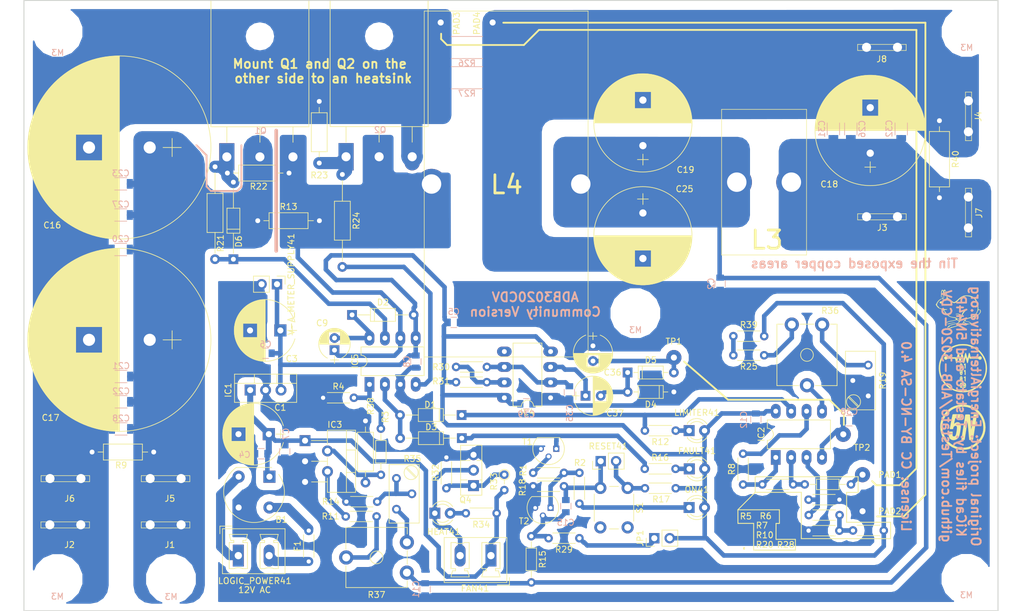
<source format=kicad_pcb>
(kicad_pcb (version 20170123) (host pcbnew "(2017-07-16 revision e797af331)-makepkg")
  (layers (0 F.Cu signal hide) (31 B.Cu signal) (34 B.Paste user) (35 F.Paste user) (36 B.SilkS user) (37 F.SilkS user) (38 B.Mask user) (39 F.Mask user) (44 Edge.Cuts user))
  (net 0 "")
  (net 1 GND)
  (net 2 /V_Feed)
  (net 3 +15V)
  (net 4 V+)
  (net 5 "Net-(C15-Pad2)")
  (net 6 "Net-(C15-Pad1)")
  (net 7 "Net-(C35-Pad2)")
  (net 8 V-)
  (net 9 "Net-(FAN41-Pad2)")
  (net 10 "Net-(IC2-Pad1)")
  (net 11 "Net-(IC2-Pad2)")
  (net 12 "Net-(IC2-Pad6)")
  (net 13 "Net-(IC2-Pad3)")
  (net 14 "Net-(IC3-Pad4)")
  (net 15 "Net-(IC3-Pad2)")
  (net 16 "Net-(IC5-Pad4)")
  (net 17 "Net-(IC5-Pad1)")
  (net 18 "Net-(JP1-Pad1)")
  (net 19 "Net-(Q4-Pad1)")
  (net 20 "Net-(R1-Pad1)")
  (net 21 "Net-(R1-Pad2)")
  (net 22 "Net-(R10-Pad2)")
  (net 23 "Net-(R14-Pad1)")
  (net 24 "Net-(R25-Pad2)")
  (net 25 "Net-(IC4-Pad7)")
  (net 26 "Net-(C16-Pad1)")
  (net 27 "Net-(C16-Pad2)")
  (net 28 "Net-(C18-Pad2)")
  (net 29 "Net-(C18-Pad1)")
  (net 30 "Net-(Q2-Pad1)")
  (net 31 "Net-(D6-Pad2)")
  (net 32 "Net-(D6-Pad1)")
  (net 33 "Net-(PAD1-Pad1)")
  (net 34 "Net-(C9-Pad2)")
  (net 35 "Net-(C9-Pad1)")
  (net 36 "Net-(F1-Pad1)")
  (net 37 "Net-(IC2-Pad5)")
  (net 38 "Net-(R11-Pad1)")
  (net 39 "Net-(R17-Pad1)")
  (net 40 "Net-(R19-Pad3)")
  (net 41 "Net-(R25-Pad1)")
  (net 42 "Net-(R35-Pad3)")
  (net 43 "Net-(B1-Pad2)")
  (net 44 "Net-(B1-Pad4)")
  (net 45 "Net-(D1-Pad1)")
  (net 46 "Net-(D1-Pad2)")
  (net 47 "Net-(D3-Pad1)")
  (net 48 "Net-(FAULT41-Pad1)")
  (net 49 "Net-(HEAT41-Pad2)")
  (net 50 "Net-(LIMITER41-Pad1)")
  (net 51 "Net-(ON41-Pad1)")
  (net 52 "Net-(C37-Pad1)")
  (net 53 "Net-(C37-Pad2)")
  (net 54 "Net-(IC4-Pad5)")
  (module customparts:t_logo (layer F.Cu) (at 168.5544 156.141009)
    (fp_text reference G*** hide)
    (fp_text value LOGO hide)
  )
  (module customparts:5N_logo (layer F.Cu) (at 168.8592 166.024559)
    (fp_text reference G*** hide)
    (fp_text value LOGO hide)
  )
  (module customparts:bunny (layer F.Cu) (at 167.8178 146.43608)
    (fp_text reference G*** hide)
    (fp_text value LOGO hide)
  )
  (module Resistors_THT:R_Axial_DIN0207_L6.3mm_D2.5mm_P15.24mm_Horizontal (layer F.Cu) (at 45.3136 122.9614 270)
    (fp_text reference R21 (at 12.6111 -0.9017 270) (layer F.SilkS))
    (fp_text value 220)
    (pad 2 thru_hole oval (at 15.24 0 270) (size 1.6 1.6) (drill 0.8) (layers *.Cu *.Mask) (net 32 "Net-(D6-Pad1)"))
    (pad 1 thru_hole circle (at 0 0 270) (size 1.6 1.6) (drill 0.8) (layers *.Cu *.Mask) (net 31 "Net-(D6-Pad2)"))
  )
  (module Mounting_Holes:MountingHole_3.2mm_M3 (layer B.Cu) (at 169.1386 190.881)
    (fp_text reference M3 (at 0 2.667) (layer B.SilkS) (effects (justify mirror)))
    (fp_text value MountingHole_3.2mm_M3)
    (pad 1 np_thru_hole circle (at 0 0) (size 3.2 3.2) (drill 3.2) (layers *.Cu *.Mask))
  )
  (module Mounting_Holes:MountingHole_3.2mm_M3 (layer B.Cu) (at 114.5794 147.0914)
    (fp_text reference M3 (at 0.0254 2.7686) (layer B.SilkS) (effects (justify mirror)))
    (fp_text value MountingHole_3.2mm_M3)
    (pad 1 np_thru_hole circle (at 0 0) (size 3.2 3.2) (drill 3.2) (layers *.Cu *.Mask))
  )
  (module Capacitors_THT:CP_Radial_D30.0mm_P10.00mm_SnapIn (layer F.Cu) (at 34.544 119.7864 180)
    (fp_text reference C16 (at 16.06296 -12.81176 180) (layer F.SilkS))
    (fp_text value 10000u)
    (pad 1 thru_hole rect (at 0 0 180) (size 4 4) (drill 2) (layers *.Cu *.Mask) (net 26 "Net-(C16-Pad1)"))
    (pad 2 thru_hole circle (at 10 0 180) (size 4 4) (drill 2) (layers *.Cu *.Mask) (net 27 "Net-(C16-Pad2)"))
  )
  (module Mounting_Holes:MountingHole_3.2mm_M3 (layer B.Cu) (at 169.164 100.7364)
    (fp_text reference M3 (at 0.0254 2.5908) (layer B.SilkS) (effects (justify mirror)))
    (fp_text value MountingHole_3.2mm_M3)
    (pad 1 np_thru_hole circle (at 0 0) (size 3.2 3.2) (drill 3.2) (layers *.Cu *.Mask))
  )
  (module Mounting_Holes:MountingHole_3.2mm_M3 (layer B.Cu) (at 19.3548 100.7364)
    (fp_text reference M3 (at 0.0254 3.429) (layer B.SilkS) (effects (justify mirror)))
    (fp_text value MountingHole_3.2mm_M3)
    (pad 1 np_thru_hole circle (at 0 0) (size 3.2 3.2) (drill 3.2) (layers *.Cu *.Mask))
  )
  (module Mounting_Holes:MountingHole_3.2mm_M3 (layer B.Cu) (at 38.0492 190.9064)
    (fp_text reference M3 (at 0.0254 2.921) (layer B.SilkS) (effects (justify mirror)))
    (fp_text value MountingHole_3.2mm_M3)
    (pad 1 np_thru_hole circle (at 0 0) (size 3.2 3.2) (drill 3.2) (layers *.Cu *.Mask))
  )
  (module Mounting_Holes:MountingHole_3.2mm_M3 (layer B.Cu) (at 19.3548 190.9064)
    (fp_text reference M3 (at -0.0254 2.8702) (layer B.SilkS) (effects (justify mirror)))
    (fp_text value MountingHole_3.2mm_M3)
    (pad 1 np_thru_hole circle (at 0 0) (size 3.2 3.2) (drill 3.2) (layers *.Cu *.Mask))
  )
  (module Diodes_THT:Diode_Bridge_Round_D9.8mm (layer F.Cu) (at 54.2798 174.0408 270)
    (fp_text reference B1 (at 7.0739 -1.9685) (layer F.SilkS))
    (fp_text value D_Bridge_+A-A)
    (pad 1 thru_hole rect (at 0 0 270) (size 2 2) (drill 1) (layers *.Cu *.Mask) (net 3 +15V))
    (pad 3 thru_hole oval (at 5.08 5.08 270) (size 2 2) (drill 1) (layers *.Cu *.Mask) (net 1 GND))
    (pad 2 thru_hole oval (at 0 5.08 270) (size 2 2) (drill 1) (layers *.Cu *.Mask) (net 43 "Net-(B1-Pad2)"))
    (pad 4 thru_hole oval (at 5.08 0 270) (size 2 2) (drill 1) (layers *.Cu *.Mask) (net 44 "Net-(B1-Pad4)"))
  )
  (module Capacitors_THT:CP_Radial_D10.0mm_P5.00mm (layer F.Cu) (at 54.1744 167.0304 180)
    (fp_text reference C1 (at -1.8961 4.3815 180) (layer F.SilkS))
    (fp_text value 470u)
    (pad 2 thru_hole circle (at 5 0 180) (size 2 2) (drill 1) (layers *.Cu *.Mask) (net 1 GND))
    (pad 1 thru_hole rect (at 0 0 180) (size 2 2) (drill 1) (layers *.Cu *.Mask) (net 3 +15V))
  )
  (module Capacitors_SMD:C_0805 (layer B.Cu) (at 128.5494 142.24 270)
    (fp_text reference C2 (at 0 1.5 270) (layer B.SilkS) (effects (justify mirror)))
    (fp_text value 10n)
    (pad 2 smd rect (at 1 0 270) (size 1 1.25) (layers B.Cu B.Paste B.Mask) (net 1 GND))
    (pad 1 smd rect (at -1 0 270) (size 1 1.25) (layers B.Cu B.Paste B.Mask) (net 2 /V_Feed))
  )
  (module Capacitors_THT:CP_Radial_D10.0mm_P5.00mm (layer F.Cu) (at 56.0794 149.9362 180)
    (fp_text reference C3 (at -1.8707 -4.6609 180) (layer F.SilkS))
    (fp_text value 470u)
    (pad 1 thru_hole rect (at 0 0 180) (size 2 2) (drill 1) (layers *.Cu *.Mask) (net 4 V+))
    (pad 2 thru_hole circle (at 5 0 180) (size 2 2) (drill 1) (layers *.Cu *.Mask) (net 1 GND))
  )
  (module Capacitors_SMD:C_0805 (layer B.Cu) (at 52.9336 170.2562 180)
    (fp_text reference C4 (at 2.75844 -0.15748 180) (layer B.SilkS) (effects (justify mirror)))
    (fp_text value 100n)
    (pad 1 smd rect (at -1 0 180) (size 1 1.25) (layers B.Cu B.Paste B.Mask) (net 3 +15V))
    (pad 2 smd rect (at 1 0 180) (size 1 1.25) (layers B.Cu B.Paste B.Mask) (net 1 GND))
  )
  (module Capacitors_SMD:C_0805 (layer B.Cu) (at 84.6582 148.6154 180)
    (fp_text reference C5 (at 0.01016 1.76276 180) (layer B.SilkS) (effects (justify mirror)))
    (fp_text value 100n)
    (pad 2 smd rect (at 1 0 180) (size 1 1.25) (layers B.Cu B.Paste B.Mask) (net 4 V+))
    (pad 1 smd rect (at -1 0 180) (size 1 1.25) (layers B.Cu B.Paste B.Mask) (net 1 GND))
  )
  (module Capacitors_SMD:C_0805 (layer B.Cu) (at 53.6448 153.6954 180)
    (fp_text reference C6 (at 0 1.5 180) (layer B.SilkS) (effects (justify mirror)))
    (fp_text value 100n)
    (pad 1 smd rect (at -1 0 180) (size 1 1.25) (layers B.Cu B.Paste B.Mask) (net 4 V+))
    (pad 2 smd rect (at 1 0 180) (size 1 1.25) (layers B.Cu B.Paste B.Mask) (net 1 GND))
  )
  (module Capacitors_SMD:C_0805 (layer B.Cu) (at 56.7944 169.8752 270)
    (fp_text reference C7 (at -2.8956 -0.22352 270) (layer B.SilkS) (effects (justify mirror)))
    (fp_text value 100n)
    (pad 2 smd rect (at 1 0 270) (size 1 1.25) (layers B.Cu B.Paste B.Mask) (net 1 GND))
    (pad 1 smd rect (at -1 0 270) (size 1 1.25) (layers B.Cu B.Paste B.Mask) (net 3 +15V))
  )
  (module Capacitors_SMD:C_0805 (layer B.Cu) (at 78.4098 155.067 270)
    (fp_text reference C8 (at 0 1.5 270) (layer B.SilkS) (effects (justify mirror)))
    (fp_text value 100n)
    (pad 1 smd rect (at -1 0 270) (size 1 1.25) (layers B.Cu B.Paste B.Mask) (net 4 V+))
    (pad 2 smd rect (at 1 0 270) (size 1 1.25) (layers B.Cu B.Paste B.Mask) (net 1 GND))
  )
  (module Capacitors_THT:CP_Radial_D5.0mm_P2.00mm (layer F.Cu) (at 64.9986 153.1874 90)
    (fp_text reference C9 (at 4.4704 -2.0447 180) (layer F.SilkS))
    (fp_text value 4.7u)
    (pad 2 thru_hole circle (at 2 0 90) (size 1.6 1.6) (drill 0.8) (layers *.Cu *.Mask) (net 34 "Net-(C9-Pad2)"))
    (pad 1 thru_hole rect (at 0 0 90) (size 1.6 1.6) (drill 0.8) (layers *.Cu *.Mask) (net 35 "Net-(C9-Pad1)"))
  )
  (module Capacitors_SMD:C_0805 (layer B.Cu) (at 79.9338 192.5988 270)
    (fp_text reference C11 (at 0.00432 1.51384 270) (layer B.SilkS) (effects (justify mirror)))
    (fp_text value 10n)
    (pad 2 smd rect (at 1 0 270) (size 1 1.25) (layers B.Cu B.Paste B.Mask) (net 1 GND))
    (pad 1 smd rect (at -1 0 270) (size 1 1.25) (layers B.Cu B.Paste B.Mask) (net 2 /V_Feed))
  )
  (module Capacitors_SMD:C_0805 (layer B.Cu) (at 134.4422 164.6174 270)
    (fp_text reference C12 (at 0.04064 1.99644 270) (layer B.SilkS) (effects (justify mirror)))
    (fp_text value 100n)
    (pad 1 smd rect (at -1 0 270) (size 1 1.25) (layers B.Cu B.Paste B.Mask) (net 4 V+))
    (pad 2 smd rect (at 1 0 270) (size 1 1.25) (layers B.Cu B.Paste B.Mask) (net 1 GND))
  )
  (module Capacitors_SMD:C_0805 (layer B.Cu) (at 103.124 178.8922 270)
    (fp_text reference C15 (at 2.70256 0.01524) (layer B.SilkS) (effects (justify mirror)))
    (fp_text value 470n)
    (pad 2 smd rect (at 1 0 270) (size 1 1.25) (layers B.Cu B.Paste B.Mask) (net 5 "Net-(C15-Pad2)"))
    (pad 1 smd rect (at -1 0 270) (size 1 1.25) (layers B.Cu B.Paste B.Mask) (net 6 "Net-(C15-Pad1)"))
  )
  (module Capacitors_THT:CP_Radial_D30.0mm_P10.00mm_SnapIn (layer F.Cu) (at 34.544 151.4856 180)
    (fp_text reference C17 (at 16.3322 -12.83208 180) (layer F.SilkS))
    (fp_text value 10000u)
    (pad 2 thru_hole circle (at 10 0 180) (size 4 4) (drill 2) (layers *.Cu *.Mask) (net 27 "Net-(C16-Pad2)"))
    (pad 1 thru_hole rect (at 0 0 180) (size 4 4) (drill 2) (layers *.Cu *.Mask) (net 26 "Net-(C16-Pad1)"))
  )
  (module Capacitors_THT:CP_Radial_D18.0mm_P7.50mm (layer F.Cu) (at 153.289 120.7262 90)
    (fp_text reference C18 (at -5.11048 -6.74624 180) (layer F.SilkS))
    (fp_text value 2200u)
    (pad 2 thru_hole circle (at 7.5 0 90) (size 2.4 2.4) (drill 1.2) (layers *.Cu *.Mask) (net 28 "Net-(C18-Pad2)"))
    (pad 1 thru_hole rect (at 0 0 90) (size 2.4 2.4) (drill 1.2) (layers *.Cu *.Mask) (net 29 "Net-(C18-Pad1)"))
  )
  (module Capacitors_THT:CP_Radial_D16.0mm_P7.50mm (layer F.Cu) (at 115.824 119.4816 90)
    (fp_text reference C19 (at -3.97256 7.02564 180) (layer F.SilkS))
    (fp_text value 1000u)
    (pad 2 thru_hole circle (at 7.5 0 90) (size 2.4 2.4) (drill 1.2) (layers *.Cu *.Mask) (net 28 "Net-(C18-Pad2)"))
    (pad 1 thru_hole rect (at 0 0 90) (size 2.4 2.4) (drill 1.2) (layers *.Cu *.Mask) (net 2 /V_Feed))
  )
  (module Capacitors_SMD:C_1206 (layer B.Cu) (at 29.7688 136.6012 180)
    (fp_text reference C20 (at 0 1.75 180) (layer B.SilkS) (effects (justify mirror)))
    (fp_text value 10n)
    (pad 2 smd rect (at 1.5 0 180) (size 1 1.6) (layers B.Cu B.Paste B.Mask) (net 27 "Net-(C16-Pad2)"))
    (pad 1 smd rect (at -1.5 0 180) (size 1 1.6) (layers B.Cu B.Paste B.Mask) (net 26 "Net-(C16-Pad1)"))
  )
  (module Capacitors_SMD:C_1206 (layer B.Cu) (at 29.8196 157.5308 180)
    (fp_text reference C21 (at 0 1.75 180) (layer B.SilkS) (effects (justify mirror)))
    (fp_text value 10n)
    (pad 1 smd rect (at -1.5 0 180) (size 1 1.6) (layers B.Cu B.Paste B.Mask) (net 26 "Net-(C16-Pad1)"))
    (pad 2 smd rect (at 1.5 0 180) (size 1 1.6) (layers B.Cu B.Paste B.Mask) (net 27 "Net-(C16-Pad2)"))
  )
  (module Capacitors_SMD:C_1206 (layer B.Cu) (at 29.8196 161.6964 180)
    (fp_text reference C22 (at 0 1.75 180) (layer B.SilkS) (effects (justify mirror)))
    (fp_text value 100n)
    (pad 2 smd rect (at 1.5 0 180) (size 1 1.6) (layers B.Cu B.Paste B.Mask) (net 27 "Net-(C16-Pad2)"))
    (pad 1 smd rect (at -1.5 0 180) (size 1 1.6) (layers B.Cu B.Paste B.Mask) (net 26 "Net-(C16-Pad1)"))
  )
  (module Capacitors_SMD:C_1206 (layer B.Cu) (at 29.7688 125.7808 180)
    (fp_text reference C23 (at 0 1.75 180) (layer B.SilkS) (effects (justify mirror)))
    (fp_text value 100n)
    (pad 1 smd rect (at -1.5 0 180) (size 1 1.6) (layers B.Cu B.Paste B.Mask) (net 26 "Net-(C16-Pad1)"))
    (pad 2 smd rect (at 1.5 0 180) (size 1 1.6) (layers B.Cu B.Paste B.Mask) (net 27 "Net-(C16-Pad2)"))
  )
  (module Capacitors_THT:CP_Radial_D16.0mm_P7.50mm (layer F.Cu) (at 115.824 130.5814 270)
    (fp_text reference C25 (at -3.95732 -6.86308) (layer F.SilkS))
    (fp_text value 1000u)
    (pad 1 thru_hole rect (at 0 0 270) (size 2.4 2.4) (drill 1.2) (layers *.Cu *.Mask) (net 2 /V_Feed))
    (pad 2 thru_hole circle (at 7.5 0 270) (size 2.4 2.4) (drill 1.2) (layers *.Cu *.Mask) (net 28 "Net-(C18-Pad2)"))
  )
  (module Capacitors_SMD:C_1206 (layer B.Cu) (at 150.0886 116.7384 90)
    (fp_text reference C26 (at 0.00508 1.86436 90) (layer B.SilkS) (effects (justify mirror)))
    (fp_text value 10n)
    (pad 2 smd rect (at 1.5 0 90) (size 1 1.6) (layers B.Cu B.Paste B.Mask) (net 28 "Net-(C18-Pad2)"))
    (pad 1 smd rect (at -1.5 0 90) (size 1 1.6) (layers B.Cu B.Paste B.Mask) (net 29 "Net-(C18-Pad1)"))
  )
  (module Capacitors_SMD:C_1206 (layer B.Cu) (at 29.7688 130.9116 180)
    (fp_text reference C27 (at 0 1.75 180) (layer B.SilkS) (effects (justify mirror)))
    (fp_text value 100n)
    (pad 1 smd rect (at -1.5 0 180) (size 1 1.6) (layers B.Cu B.Paste B.Mask) (net 26 "Net-(C16-Pad1)"))
    (pad 2 smd rect (at 1.5 0 180) (size 1 1.6) (layers B.Cu B.Paste B.Mask) (net 27 "Net-(C16-Pad2)"))
  )
  (module Capacitors_SMD:C_1206 (layer B.Cu) (at 29.8196 166.1668 180)
    (fp_text reference C28 (at 0 1.75 180) (layer B.SilkS) (effects (justify mirror)))
    (fp_text value 10n)
    (pad 2 smd rect (at 1.5 0 180) (size 1 1.6) (layers B.Cu B.Paste B.Mask) (net 27 "Net-(C16-Pad2)"))
    (pad 1 smd rect (at -1.5 0 180) (size 1 1.6) (layers B.Cu B.Paste B.Mask) (net 26 "Net-(C16-Pad1)"))
  )
  (module Capacitors_SMD:C_1206 (layer B.Cu) (at 147.2184 116.7384 90)
    (fp_text reference C31 (at 0.00508 -1.89484 90) (layer B.SilkS) (effects (justify mirror)))
    (fp_text value 100n)
    (pad 1 smd rect (at -1.5 0 90) (size 1 1.6) (layers B.Cu B.Paste B.Mask) (net 29 "Net-(C18-Pad1)"))
    (pad 2 smd rect (at 1.5 0 90) (size 1 1.6) (layers B.Cu B.Paste B.Mask) (net 28 "Net-(C18-Pad2)"))
  )
  (module Capacitors_SMD:C_1206 (layer B.Cu) (at 158.3944 116.7384 90)
    (fp_text reference C32 (at 0.07112 -1.98628 90) (layer B.SilkS) (effects (justify mirror)))
    (fp_text value 100n)
    (pad 2 smd rect (at 1.5 0 90) (size 1 1.6) (layers B.Cu B.Paste B.Mask) (net 28 "Net-(C18-Pad2)"))
    (pad 1 smd rect (at -1.5 0 90) (size 1 1.6) (layers B.Cu B.Paste B.Mask) (net 29 "Net-(C18-Pad1)"))
  )
  (module Capacitors_SMD:C_0805 (layer B.Cu) (at 103.7082 160.1376 90)
    (fp_text reference C35 (at -3.42316 0.05588 90) (layer B.SilkS) (effects (justify mirror)))
    (fp_text value 10n)
    (pad 1 smd rect (at -1 0 90) (size 1 1.25) (layers B.Cu B.Paste B.Mask) (net 1 GND))
    (pad 2 smd rect (at 1 0 90) (size 1 1.25) (layers B.Cu B.Paste B.Mask) (net 7 "Net-(C35-Pad2)"))
  )
  (module Capacitors_THT:CP_Radial_D6.3mm_P2.50mm (layer F.Cu) (at 107.5944 152.4762 270)
    (fp_text reference C36 (at 4.38404 -3.23596) (layer F.SilkS))
    (fp_text value 100u)
    (pad 2 thru_hole circle (at 2.5 0 270) (size 1.6 1.6) (drill 0.8) (layers *.Cu *.Mask) (net 8 V-))
    (pad 1 thru_hole rect (at 0 0 270) (size 1.6 1.6) (drill 0.8) (layers *.Cu *.Mask) (net 1 GND))
  )
  (module Capacitors_THT:CP_Radial_D6.3mm_P2.50mm (layer F.Cu) (at 106.3752 160.7058)
    (fp_text reference C37 (at 4.87172 2.86512) (layer F.SilkS))
    (fp_text value 100u)
    (pad 1 thru_hole rect (at 0 0) (size 1.6 1.6) (drill 0.8) (layers *.Cu *.Mask) (net 52 "Net-(C37-Pad1)"))
    (pad 2 thru_hole circle (at 2.5 0) (size 1.6 1.6) (drill 0.8) (layers *.Cu *.Mask) (net 53 "Net-(C37-Pad2)"))
  )
  (module Capacitors_SMD:C_0805 (layer B.Cu) (at 149.8186 164.8206 180)
    (fp_text reference C38 (at 0 1.5 180) (layer B.SilkS) (effects (justify mirror)))
    (fp_text value 100n)
    (pad 2 smd rect (at 1 0 180) (size 1 1.25) (layers B.Cu B.Paste B.Mask) (net 8 V-))
    (pad 1 smd rect (at -1 0 180) (size 1 1.25) (layers B.Cu B.Paste B.Mask) (net 1 GND))
  )
  (module Capacitors_SMD:C_0805 (layer B.Cu) (at 96.6216 162.0266)
    (fp_text reference C39 (at 0.02032 1.71704) (layer B.SilkS) (effects (justify mirror)))
    (fp_text value 100n)
    (pad 1 smd rect (at -1 0) (size 1 1.25) (layers B.Cu B.Paste B.Mask) (net 4 V+))
    (pad 2 smd rect (at 1 0) (size 1 1.25) (layers B.Cu B.Paste B.Mask) (net 1 GND))
  )
  (module Diodes_THT:D_DO-35_SOD27_P7.62mm_Horizontal (layer F.Cu) (at 120.9294 160.0708 180)
    (fp_text reference D4 (at 3.81 -2.06 180) (layer F.SilkS))
    (fp_text value 1N4148)
    (pad 2 thru_hole oval (at 7.62 0 180) (size 1.6 1.6) (drill 0.8) (layers *.Cu *.Mask) (net 53 "Net-(C37-Pad2)"))
    (pad 1 thru_hole rect (at 0 0 180) (size 1.6 1.6) (drill 0.8) (layers *.Cu *.Mask) (net 1 GND))
  )
  (module Diodes_THT:D_DO-35_SOD27_P7.62mm_Horizontal (layer F.Cu) (at 113.3094 156.8704)
    (fp_text reference D5 (at 3.81 -2.06) (layer F.SilkS))
    (fp_text value 1N4148)
    (pad 1 thru_hole rect (at 0 0) (size 1.6 1.6) (drill 0.8) (layers *.Cu *.Mask) (net 53 "Net-(C37-Pad2)"))
    (pad 2 thru_hole oval (at 7.62 0) (size 1.6 1.6) (drill 0.8) (layers *.Cu *.Mask) (net 8 V-))
  )
  (module Resistors_THT:R_Axial_DIN0204_L3.6mm_D1.6mm_P5.08mm_Horizontal (layer F.Cu) (at 60.7568 188.0108 90)
    (fp_text reference F1 (at 2.54 -1.86 90) (layer F.SilkS))
    (fp_text value PTCPTH)
    (pad 2 thru_hole oval (at 5.08 0 90) (size 1.4 1.4) (drill 0.7) (layers *.Cu *.Mask) (net 44 "Net-(B1-Pad4)"))
    (pad 1 thru_hole circle (at 0 0 90) (size 1.4 1.4) (drill 0.7) (layers *.Cu *.Mask) (net 36 "Net-(F1-Pad1)"))
  )
  (module Connectors_Phoenix:PhoenixContact_MCV-G_02x5.08mm_Vertical (layer F.Cu) (at 90.7796 187.0456 180)
    (fp_text reference FAN41 (at 2.62128 -5.40004 180) (layer F.SilkS))
    (fp_text value fan)
    (pad 2 thru_hole oval (at 5.08 0 180) (size 1.8 3.6) (drill 1.2) (layers *.Cu *.Mask) (net 9 "Net-(FAN41-Pad2)"))
    (pad 1 thru_hole rect (at 0 0 180) (size 1.8 3.6) (drill 1.2) (layers *.Cu *.Mask) (net 3 +15V))
  )
  (module LEDs:LED_D3.0mm (layer F.Cu) (at 123.4694 172.7454)
    (fp_text reference FAULT41 (at 1.27 -2.96) (layer F.SilkS))
    (fp_text value red)
    (pad 2 thru_hole circle (at 2.54 0) (size 1.8 1.8) (drill 0.9) (layers *.Cu *.Mask) (net 4 V+))
    (pad 1 thru_hole rect (at 0 0) (size 1.8 1.8) (drill 0.9) (layers *.Cu *.Mask) (net 48 "Net-(FAULT41-Pad1)"))
  )
  (module LEDs:LED_D3.0mm (layer F.Cu) (at 81.534 180.0606)
    (fp_text reference HEAT41 (at 1.46812 3.048) (layer F.SilkS))
    (fp_text value green)
    (pad 1 thru_hole rect (at 0 0) (size 1.8 1.8) (drill 0.9) (layers *.Cu *.Mask) (net 9 "Net-(FAN41-Pad2)"))
    (pad 2 thru_hole circle (at 2.54 0) (size 1.8 1.8) (drill 0.9) (layers *.Cu *.Mask) (net 49 "Net-(HEAT41-Pad2)"))
  )
  (module TO_SOT_Packages_THT:TO-220_Vertical (layer F.Cu) (at 51.1048 159.766)
    (fp_text reference IC1 (at -3.6195 0.0254 90) (layer F.SilkS))
    (fp_text value 7812T)
    (pad 3 thru_hole oval (at 5.08 0) (size 1.8 1.8) (drill 1) (layers *.Cu *.Mask) (net 4 V+))
    (pad 2 thru_hole oval (at 2.54 0) (size 1.8 1.8) (drill 1) (layers *.Cu *.Mask) (net 1 GND))
    (pad 1 thru_hole rect (at 0 0) (size 1.8 1.8) (drill 1) (layers *.Cu *.Mask) (net 3 +15V))
  )
  (module Housings_DIP:DIP-8_W7.62mm_LongPads (layer F.Cu) (at 137.7188 170.8658 90)
    (fp_text reference IC2 (at 3.81 -2.39 90) (layer F.SilkS))
    (fp_text value NE5532N)
    (pad 1 thru_hole rect (at 0 0 90) (size 2.4 1.6) (drill 0.8) (layers *.Cu *.Mask) (net 10 "Net-(IC2-Pad1)"))
    (pad 5 thru_hole oval (at 7.62 7.62 90) (size 2.4 1.6) (drill 0.8) (layers *.Cu *.Mask) (net 37 "Net-(IC2-Pad5)"))
    (pad 2 thru_hole oval (at 0 2.54 90) (size 2.4 1.6) (drill 0.8) (layers *.Cu *.Mask) (net 11 "Net-(IC2-Pad2)"))
    (pad 6 thru_hole oval (at 7.62 5.08 90) (size 2.4 1.6) (drill 0.8) (layers *.Cu *.Mask) (net 12 "Net-(IC2-Pad6)"))
    (pad 3 thru_hole oval (at 0 5.08 90) (size 2.4 1.6) (drill 0.8) (layers *.Cu *.Mask) (net 13 "Net-(IC2-Pad3)"))
    (pad 7 thru_hole oval (at 7.62 2.54 90) (size 2.4 1.6) (drill 0.8) (layers *.Cu *.Mask) (net 45 "Net-(D1-Pad1)"))
    (pad 4 thru_hole oval (at 0 7.62 90) (size 2.4 1.6) (drill 0.8) (layers *.Cu *.Mask) (net 8 V-))
    (pad 8 thru_hole oval (at 7.62 0 90) (size 2.4 1.6) (drill 0.8) (layers *.Cu *.Mask) (net 4 V+))
  )
  (module TO_SOT_Packages_THT:TO-220-5_Pentawatt_Multiwatt-5_Vertical_StaggeredType1 (layer F.Cu) (at 60.1472 168.0972 270)
    (fp_text reference IC3 (at -2.63144 -4.9022) (layer F.SilkS))
    (fp_text value LM2576)
    (pad 5 thru_hole oval (at 6.8 0 270) (size 1.8 1.8) (drill 1) (layers *.Cu *.Mask) (net 1 GND))
    (pad 4 thru_hole oval (at 5.1 -3.7 270) (size 1.8 1.8) (drill 1) (layers *.Cu *.Mask) (net 14 "Net-(IC3-Pad4)"))
    (pad 3 thru_hole oval (at 3.4 0 270) (size 1.8 1.8) (drill 1) (layers *.Cu *.Mask) (net 1 GND))
    (pad 2 thru_hole oval (at 1.7 -3.7 270) (size 1.8 1.8) (drill 1) (layers *.Cu *.Mask) (net 15 "Net-(IC3-Pad2)"))
    (pad 1 thru_hole rect (at 0 0 270) (size 1.8 1.8) (drill 1) (layers *.Cu *.Mask) (net 3 +15V))
  )
  (module Housings_DIP:DIP-8_W7.62mm_LongPads (layer F.Cu) (at 70.7644 158.8262 90)
    (fp_text reference IC5 (at 3.81 -2.39 90) (layer F.SilkS))
    (fp_text value IR2184D)
    (pad 8 thru_hole oval (at 7.62 0 90) (size 2.4 1.6) (drill 0.8) (layers *.Cu *.Mask) (net 34 "Net-(C9-Pad2)"))
    (pad 4 thru_hole oval (at 0 7.62 90) (size 2.4 1.6) (drill 0.8) (layers *.Cu *.Mask) (net 16 "Net-(IC5-Pad4)"))
    (pad 7 thru_hole oval (at 7.62 2.54 90) (size 2.4 1.6) (drill 0.8) (layers *.Cu *.Mask) (net 32 "Net-(D6-Pad1)"))
    (pad 3 thru_hole oval (at 0 5.08 90) (size 2.4 1.6) (drill 0.8) (layers *.Cu *.Mask) (net 1 GND))
    (pad 6 thru_hole oval (at 7.62 5.08 90) (size 2.4 1.6) (drill 0.8) (layers *.Cu *.Mask) (net 35 "Net-(C9-Pad1)"))
    (pad 2 thru_hole oval (at 0 2.54 90) (size 2.4 1.6) (drill 0.8) (layers *.Cu *.Mask) (net 46 "Net-(D1-Pad2)"))
    (pad 5 thru_hole oval (at 7.62 7.62 90) (size 2.4 1.6) (drill 0.8) (layers *.Cu *.Mask) (net 4 V+))
    (pad 1 thru_hole rect (at 0 0 90) (size 2.4 1.6) (drill 0.8) (layers *.Cu *.Mask) (net 17 "Net-(IC5-Pad1)"))
  )
  (module Pin_Headers:Pin_Header_Straight_1x02_Pitch2.54mm (layer F.Cu) (at 117.7036 184.1754 90)
    (fp_text reference JP1 (at 0 -2.33 90) (layer F.SilkS))
    (fp_text value jp1)
    (pad 2 thru_hole oval (at 0 2.54 90) (size 1.7 1.7) (drill 1) (layers *.Cu *.Mask) (net 4 V+))
    (pad 1 thru_hole rect (at 0 0 90) (size 1.7 1.7) (drill 1) (layers *.Cu *.Mask) (net 18 "Net-(JP1-Pad1)"))
  )
  (module LEDs:LED_D3.0mm (layer F.Cu) (at 123.444 166.4462)
    (fp_text reference LIMITER41 (at 1.27 -2.96) (layer F.SilkS))
    (fp_text value yellow)
    (pad 2 thru_hole circle (at 2.54 0) (size 1.8 1.8) (drill 0.9) (layers *.Cu *.Mask) (net 4 V+))
    (pad 1 thru_hole rect (at 0 0) (size 1.8 1.8) (drill 0.9) (layers *.Cu *.Mask) (net 50 "Net-(LIMITER41-Pad1)"))
  )
  (module LEDs:LED_D3.0mm (layer F.Cu) (at 123.444 179.1208)
    (fp_text reference ON41 (at 1.27 -2.96) (layer F.SilkS))
    (fp_text value blue)
    (pad 1 thru_hole rect (at 0 0) (size 1.8 1.8) (drill 0.9) (layers *.Cu *.Mask) (net 51 "Net-(ON41-Pad1)"))
    (pad 2 thru_hole circle (at 2.54 0) (size 1.8 1.8) (drill 0.9) (layers *.Cu *.Mask) (net 4 V+))
  )
  (module TO_SOT_Packages_THT:TO-247_TO-3P_Horizontal (layer F.Cu) (at 47.255 121.333)
    (fp_text reference Q1 (at 5.5516 -4.3152) (layer B.SilkS) (effects (justify mirror)))
    (fp_text value IRFP4310ZPBF)
    (pad 3 thru_hole oval (at 10.9 0) (size 2.5 4.5) (drill 1.5) (layers *.Cu *.Mask) (net 35 "Net-(C9-Pad1)"))
    (pad 2 thru_hole oval (at 5.45 0) (size 2.5 4.5) (drill 1.5) (layers *.Cu *.Mask) (net 26 "Net-(C16-Pad1)"))
    (pad 1 thru_hole rect (at 0 0) (size 2.5 4.5) (drill 1.5) (layers *.Cu *.Mask) (net 31 "Net-(D6-Pad2)"))
    (pad 0 np_thru_hole oval (at 5.45 -19.86) (size 3.6 3.6) (drill 3.6) (layers *.Cu *.Mask))
  )
  (module TO_SOT_Packages_THT:TO-247_TO-3P_Horizontal (layer F.Cu) (at 66.9036 121.3104)
    (fp_text reference Q2 (at 5.6134 -4.4196) (layer B.SilkS) (effects (justify mirror)))
    (fp_text value IRFP4310ZPBF)
    (pad 0 np_thru_hole oval (at 5.45 -19.86) (size 3.6 3.6) (drill 3.6) (layers *.Cu *.Mask))
    (pad 1 thru_hole rect (at 0 0) (size 2.5 4.5) (drill 1.5) (layers *.Cu *.Mask) (net 30 "Net-(Q2-Pad1)"))
    (pad 2 thru_hole oval (at 5.45 0) (size 2.5 4.5) (drill 1.5) (layers *.Cu *.Mask) (net 35 "Net-(C9-Pad1)"))
    (pad 3 thru_hole oval (at 10.9 0) (size 2.5 4.5) (drill 1.5) (layers *.Cu *.Mask) (net 27 "Net-(C16-Pad2)"))
  )
  (module Resistors_THT:R_Axial_DIN0204_L3.6mm_D1.6mm_P5.08mm_Horizontal (layer F.Cu) (at 97.7392 173.4058)
    (fp_text reference R1 (at -1.64592 -0.42164 90) (layer F.SilkS))
    (fp_text value 22k)
    (pad 1 thru_hole circle (at 0 0) (size 1.4 1.4) (drill 0.7) (layers *.Cu *.Mask) (net 20 "Net-(R1-Pad1)"))
    (pad 2 thru_hole oval (at 5.08 0) (size 1.4 1.4) (drill 0.7) (layers *.Cu *.Mask) (net 21 "Net-(R1-Pad2)"))
  )
  (module Resistors_THT:R_Axial_DIN0204_L3.6mm_D1.6mm_P5.08mm_Horizontal (layer F.Cu) (at 105.3592 173.4058 270)
    (fp_text reference R2 (at -1.66624 -0.08636) (layer F.SilkS))
    (fp_text value 1k)
    (pad 1 thru_hole circle (at 0 0 270) (size 1.4 1.4) (drill 0.7) (layers *.Cu *.Mask) (net 21 "Net-(R1-Pad2)"))
    (pad 2 thru_hole oval (at 5.08 0 270) (size 1.4 1.4) (drill 0.7) (layers *.Cu *.Mask) (net 51 "Net-(ON41-Pad1)"))
  )
  (module Resistors_THT:R_Axial_DIN0204_L3.6mm_D1.6mm_P7.62mm_Horizontal (layer F.Cu) (at 72.644 173.736 90)
    (fp_text reference R3 (at 9.53516 0.74168 90) (layer F.SilkS))
    (fp_text value 10k)
    (pad 2 thru_hole oval (at 7.62 0 90) (size 1.4 1.4) (drill 0.7) (layers *.Cu *.Mask) (net 17 "Net-(IC5-Pad1)"))
    (pad 1 thru_hole circle (at 0 0 90) (size 1.4 1.4) (drill 0.7) (layers *.Cu *.Mask) (net 15 "Net-(IC3-Pad2)"))
  )
  (module Resistors_THT:R_Axial_DIN0204_L3.6mm_D1.6mm_P5.08mm_Horizontal (layer F.Cu) (at 63.119 161.036)
    (fp_text reference R4 (at 2.54 -1.86) (layer F.SilkS))
    (fp_text value 4.7k)
    (pad 2 thru_hole oval (at 5.08 0) (size 1.4 1.4) (drill 0.7) (layers *.Cu *.Mask) (net 17 "Net-(IC5-Pad1)"))
    (pad 1 thru_hole circle (at 0 0) (size 1.4 1.4) (drill 0.7) (layers *.Cu *.Mask) (net 1 GND))
  )
  (module Resistors_THT:R_Axial_DIN0204_L3.6mm_D1.6mm_P5.08mm_Horizontal (layer F.Cu) (at 140.589 175.3108 180)
    (fp_text reference R5 (at 7.7978 -5.2578 180) (layer F.SilkS))
    (fp_text value 30k)
    (pad 1 thru_hole circle (at 0 0 180) (size 1.4 1.4) (drill 0.7) (layers *.Cu *.Mask) (net 11 "Net-(IC2-Pad2)"))
    (pad 2 thru_hole oval (at 5.08 0 180) (size 1.4 1.4) (drill 0.7) (layers *.Cu *.Mask) (net 10 "Net-(IC2-Pad1)"))
  )
  (module Resistors_THT:R_Axial_DIN0204_L3.6mm_D1.6mm_P7.62mm_Horizontal (layer F.Cu) (at 142.494 175.3108)
    (fp_text reference R6 (at -6.43128 5.22224) (layer F.SilkS))
    (fp_text value 1k)
    (pad 1 thru_hole circle (at 0 0) (size 1.4 1.4) (drill 0.7) (layers *.Cu *.Mask) (net 11 "Net-(IC2-Pad2)"))
    (pad 2 thru_hole oval (at 7.62 0) (size 1.4 1.4) (drill 0.7) (layers *.Cu *.Mask) (net 33 "Net-(PAD1-Pad1)"))
  )
  (module Resistors_THT:R_Axial_DIN0204_L3.6mm_D1.6mm_P5.08mm_Horizontal (layer F.Cu) (at 143.129 177.8254)
    (fp_text reference R7 (at -7.699951 4.25704) (layer F.SilkS))
    (fp_text value 1k)
    (pad 2 thru_hole oval (at 5.08 0) (size 1.4 1.4) (drill 0.7) (layers *.Cu *.Mask) (net 1 GND))
    (pad 1 thru_hole circle (at 0 0) (size 1.4 1.4) (drill 0.7) (layers *.Cu *.Mask) (net 13 "Net-(IC2-Pad3)"))
  )
  (module Resistors_THT:R_Axial_DIN0204_L3.6mm_D1.6mm_P5.08mm_Horizontal (layer F.Cu) (at 132.334 175.3362 90)
    (fp_text reference R8 (at 2.54 -1.86 90) (layer F.SilkS))
    (fp_text value 22k)
    (pad 2 thru_hole oval (at 5.08 0 90) (size 1.4 1.4) (drill 0.7) (layers *.Cu *.Mask) (net 12 "Net-(IC2-Pad6)"))
    (pad 1 thru_hole circle (at 0 0 90) (size 1.4 1.4) (drill 0.7) (layers *.Cu *.Mask) (net 10 "Net-(IC2-Pad1)"))
  )
  (module Resistors_THT:R_Axial_DIN0207_L6.3mm_D2.5mm_P10.16mm_Horizontal (layer F.Cu) (at 25.0444 169.9768)
    (fp_text reference R9 (at 4.7879 2.1717) (layer F.SilkS))
    (fp_text value 10k)
    (pad 1 thru_hole circle (at 0 0) (size 1.6 1.6) (drill 0.8) (layers *.Cu *.Mask) (net 27 "Net-(C16-Pad2)"))
    (pad 2 thru_hole oval (at 10.16 0) (size 1.6 1.6) (drill 0.8) (layers *.Cu *.Mask) (net 26 "Net-(C16-Pad1)"))
  )
  (module Resistors_THT:R_Axial_DIN0204_L3.6mm_D1.6mm_P5.08mm_Horizontal (layer F.Cu) (at 143.1544 180.3654)
    (fp_text reference R10 (at -7.24916 3.29692) (layer F.SilkS))
    (fp_text value 30k)
    (pad 2 thru_hole oval (at 5.08 0) (size 1.4 1.4) (drill 0.7) (layers *.Cu *.Mask) (net 22 "Net-(R10-Pad2)"))
    (pad 1 thru_hole circle (at 0 0) (size 1.4 1.4) (drill 0.7) (layers *.Cu *.Mask) (net 13 "Net-(IC2-Pad3)"))
  )
  (module Resistors_THT:R_Axial_DIN0204_L3.6mm_D1.6mm_P5.08mm_Horizontal (layer F.Cu) (at 71.9328 180.594 180)
    (fp_text reference R11 (at 7.57936 0.02032 180) (layer F.SilkS))
    (fp_text value 4.7k)
    (pad 1 thru_hole circle (at 0 0 180) (size 1.4 1.4) (drill 0.7) (layers *.Cu *.Mask) (net 38 "Net-(R11-Pad1)"))
    (pad 2 thru_hole oval (at 5.08 0 180) (size 1.4 1.4) (drill 0.7) (layers *.Cu *.Mask) (net 14 "Net-(IC3-Pad4)"))
  )
  (module Resistors_THT:R_Axial_DIN0204_L3.6mm_D1.6mm_P5.08mm_Horizontal (layer F.Cu) (at 121.2342 166.4462 180)
    (fp_text reference R12 (at 2.54 -1.86 180) (layer F.SilkS))
    (fp_text value 1k)
    (pad 2 thru_hole oval (at 5.08 0 180) (size 1.4 1.4) (drill 0.7) (layers *.Cu *.Mask) (net 45 "Net-(D1-Pad1)"))
    (pad 1 thru_hole circle (at 0 0 180) (size 1.4 1.4) (drill 0.7) (layers *.Cu *.Mask) (net 50 "Net-(LIMITER41-Pad1)"))
  )
  (module Resistors_THT:R_Axial_DIN0207_L6.3mm_D2.5mm_P10.16mm_Horizontal (layer F.Cu) (at 52.3494 131.8514)
    (fp_text reference R13 (at 5.08 -2.31) (layer F.SilkS))
    (fp_text value 10k)
    (pad 1 thru_hole circle (at 0 0) (size 1.6 1.6) (drill 0.8) (layers *.Cu *.Mask) (net 26 "Net-(C16-Pad1)"))
    (pad 2 thru_hole oval (at 10.16 0) (size 1.6 1.6) (drill 0.8) (layers *.Cu *.Mask) (net 35 "Net-(C9-Pad1)"))
  )
  (module Resistors_THT:R_Axial_DIN0204_L3.6mm_D1.6mm_P5.08mm_Horizontal (layer F.Cu) (at 72.0344 178.1556 180)
    (fp_text reference R14 (at 7.6454 0.01524 180) (layer F.SilkS))
    (fp_text value 2.2k)
    (pad 2 thru_hole oval (at 5.08 0 180) (size 1.4 1.4) (drill 0.7) (layers *.Cu *.Mask) (net 1 GND))
    (pad 1 thru_hole circle (at 0 0 180) (size 1.4 1.4) (drill 0.7) (layers *.Cu *.Mask) (net 23 "Net-(R14-Pad1)"))
  )
  (module Resistors_THT:R_Axial_DIN0204_L3.6mm_D1.6mm_P7.62mm_Horizontal (layer F.Cu) (at 97.4344 183.8452 270)
    (fp_text reference R15 (at 3.81 -1.86 270) (layer F.SilkS))
    (fp_text value 22k)
    (pad 2 thru_hole oval (at 7.62 0 270) (size 1.4 1.4) (drill 0.7) (layers *.Cu *.Mask) (net 2 /V_Feed))
    (pad 1 thru_hole circle (at 0 0 270) (size 1.4 1.4) (drill 0.7) (layers *.Cu *.Mask) (net 5 "Net-(C15-Pad2)"))
  )
  (module Resistors_THT:R_Axial_DIN0204_L3.6mm_D1.6mm_P5.08mm_Horizontal (layer F.Cu) (at 116.1288 172.7454)
    (fp_text reference R16 (at 2.54 -1.86) (layer F.SilkS))
    (fp_text value 1k)
    (pad 1 thru_hole circle (at 0 0) (size 1.4 1.4) (drill 0.7) (layers *.Cu *.Mask) (net 47 "Net-(D3-Pad1)"))
    (pad 2 thru_hole oval (at 5.08 0) (size 1.4 1.4) (drill 0.7) (layers *.Cu *.Mask) (net 48 "Net-(FAULT41-Pad1)"))
  )
  (module Resistors_THT:R_Axial_DIN0204_L3.6mm_D1.6mm_P5.08mm_Horizontal (layer F.Cu) (at 116.1542 175.9458)
    (fp_text reference R17 (at 2.67716 1.81356) (layer F.SilkS))
    (fp_text value 10k)
    (pad 2 thru_hole oval (at 5.08 0) (size 1.4 1.4) (drill 0.7) (layers *.Cu *.Mask) (net 4 V+))
    (pad 1 thru_hole circle (at 0 0) (size 1.4 1.4) (drill 0.7) (layers *.Cu *.Mask) (net 39 "Net-(R17-Pad1)"))
  )
  (module Resistors_THT:R_Axial_DIN0204_L3.6mm_D1.6mm_P5.08mm_Horizontal (layer F.Cu) (at 97.7392 175.6156)
    (fp_text reference R18 (at -1.75768 0.1778 90) (layer F.SilkS))
    (fp_text value 1M)
    (pad 1 thru_hole circle (at 0 0) (size 1.4 1.4) (drill 0.7) (layers *.Cu *.Mask) (net 1 GND))
    (pad 2 thru_hole oval (at 5.08 0) (size 1.4 1.4) (drill 0.7) (layers *.Cu *.Mask) (net 6 "Net-(C15-Pad1)"))
  )
  (module Potentiometers:Potentiometer_Trimmer_Bourns_3296Y (layer F.Cu) (at 152.9588 160.7312 270)
    (fp_text reference R19 (at -2.54 -2.39 270) (layer F.SilkS))
    (fp_text value 1k)
    (pad 1 thru_hole circle (at 0 0 270) (size 1.44 1.44) (drill 0.8) (layers *.Cu *.Mask) (net 1 GND))
    (pad 2 thru_hole circle (at -2.54 2.54 270) (size 1.44 1.44) (drill 0.8) (layers *.Cu *.Mask) (net 1 GND))
    (pad 3 thru_hole circle (at -5.08 0 270) (size 1.44 1.44) (drill 0.8) (layers *.Cu *.Mask) (net 40 "Net-(R19-Pad3)"))
  )
  (module Resistors_THT:R_Axial_DIN0204_L3.6mm_D1.6mm_P5.08mm_Horizontal (layer F.Cu) (at 148.209 182.9308 180)
    (fp_text reference R20 (at 12.30376 -2.3114 180) (layer F.SilkS))
    (fp_text value 100)
    (pad 2 thru_hole oval (at 5.08 0 180) (size 1.4 1.4) (drill 0.7) (layers *.Cu *.Mask) (net 1 GND))
    (pad 1 thru_hole circle (at 0 0 180) (size 1.4 1.4) (drill 0.7) (layers *.Cu *.Mask) (net 22 "Net-(R10-Pad2)"))
  )
  (module Resistors_THT:R_Axial_DIN0207_L6.3mm_D2.5mm_P10.16mm_Horizontal (layer F.Cu) (at 47.3456 124.0028)
    (fp_text reference R22 (at 5.1562 2.2098) (layer F.SilkS))
    (fp_text value 4.7k)
    (pad 1 thru_hole circle (at 0 0) (size 1.6 1.6) (drill 0.8) (layers *.Cu *.Mask) (net 31 "Net-(D6-Pad2)"))
    (pad 2 thru_hole oval (at 10.16 0) (size 1.6 1.6) (drill 0.8) (layers *.Cu *.Mask) (net 35 "Net-(C9-Pad1)"))
  )
  (module Resistors_THT:R_Axial_DIN0207_L6.3mm_D2.5mm_P10.16mm_Horizontal (layer F.Cu) (at 62.484 122.3518 90)
    (fp_text reference R23 (at -2.0066 0.0127 180) (layer F.SilkS))
    (fp_text value 4.7k)
    (pad 2 thru_hole oval (at 10.16 0 90) (size 1.6 1.6) (drill 0.8) (layers *.Cu *.Mask) (net 27 "Net-(C16-Pad2)"))
    (pad 1 thru_hole circle (at 0 0 90) (size 1.6 1.6) (drill 0.8) (layers *.Cu *.Mask) (net 30 "Net-(Q2-Pad1)"))
  )
  (module Resistors_THT:R_Axial_DIN0204_L3.6mm_D1.6mm_P5.08mm_Horizontal (layer F.Cu) (at 135.8138 154.0256 180)
    (fp_text reference R25 (at 2.54 -1.86 180) (layer F.SilkS))
    (fp_text value 15k)
    (pad 1 thru_hole circle (at 0 0 180) (size 1.4 1.4) (drill 0.7) (layers *.Cu *.Mask) (net 41 "Net-(R25-Pad1)"))
    (pad 2 thru_hole oval (at 5.08 0 180) (size 1.4 1.4) (drill 0.7) (layers *.Cu *.Mask) (net 24 "Net-(R25-Pad2)"))
  )
  (module Resistors_THT:R_Axial_DIN0204_L3.6mm_D1.6mm_P5.08mm_Horizontal (layer F.Cu) (at 155.5242 182.9054 180)
    (fp_text reference R28 (at 16.1544 -2.36728 180) (layer F.SilkS))
    (fp_text value 10k)
    (pad 2 thru_hole oval (at 5.08 0 180) (size 1.4 1.4) (drill 0.7) (layers *.Cu *.Mask) (net 22 "Net-(R10-Pad2)"))
    (pad 1 thru_hole circle (at 0 0 180) (size 1.4 1.4) (drill 0.7) (layers *.Cu *.Mask) (net 4 V+))
  )
  (module Resistors_THT:R_Axial_DIN0204_L3.6mm_D1.6mm_P5.08mm_Horizontal (layer F.Cu) (at 105.3592 184.1754 180)
    (fp_text reference R29 (at 2.54 -1.86 180) (layer F.SilkS))
    (fp_text value 22k)
    (pad 1 thru_hole circle (at 0 0 180) (size 1.4 1.4) (drill 0.7) (layers *.Cu *.Mask) (net 18 "Net-(JP1-Pad1)"))
    (pad 2 thru_hole oval (at 5.08 0 180) (size 1.4 1.4) (drill 0.7) (layers *.Cu *.Mask) (net 5 "Net-(C15-Pad2)"))
  )
  (module Resistors_THT:R_Axial_DIN0204_L3.6mm_D1.6mm_P5.08mm_Horizontal (layer F.Cu) (at 85.0392 155.956)
    (fp_text reference R30 (at -2.4638 0.01016) (layer F.SilkS))
    (fp_text value 22k)
    (pad 2 thru_hole oval (at 5.08 0) (size 1.4 1.4) (drill 0.7) (layers *.Cu *.Mask) (net 7 "Net-(C35-Pad2)"))
    (pad 1 thru_hole circle (at 0 0) (size 1.4 1.4) (drill 0.7) (layers *.Cu *.Mask) (net 25 "Net-(IC4-Pad7)"))
  )
  (module Resistors_THT:R_Axial_DIN0204_L3.6mm_D1.6mm_P5.08mm_Horizontal (layer F.Cu) (at 85.02396 158.46044)
    (fp_text reference R31 (at -2.44856 -0.15748) (layer F.SilkS))
    (fp_text value 4.7k)
    (pad 1 thru_hole circle (at 0 0) (size 1.4 1.4) (drill 0.7) (layers *.Cu *.Mask) (net 4 V+))
    (pad 2 thru_hole oval (at 5.08 0) (size 1.4 1.4) (drill 0.7) (layers *.Cu *.Mask) (net 25 "Net-(IC4-Pad7)"))
  )
  (module Resistors_THT:R_Axial_DIN0204_L3.6mm_D1.6mm_P5.08mm_Horizontal (layer F.Cu) (at 83.439 170.8658 270)
    (fp_text reference R32 (at 2.52476 1.79324 270) (layer F.SilkS))
    (fp_text value 560)
    (pad 2 thru_hole oval (at 5.08 0 270) (size 1.4 1.4) (drill 0.7) (layers *.Cu *.Mask) (net 19 "Net-(Q4-Pad1)"))
    (pad 1 thru_hole circle (at 0 0 270) (size 1.4 1.4) (drill 0.7) (layers *.Cu *.Mask) (net 1 GND))
  )
  (module Resistors_THT:R_Axial_DIN0204_L3.6mm_D1.6mm_P5.08mm_Horizontal (layer F.Cu) (at 91.7194 180.0606 180)
    (fp_text reference R34 (at 2.54 -1.86 180) (layer F.SilkS))
    (fp_text value 1k)
    (pad 1 thru_hole circle (at 0 0 180) (size 1.4 1.4) (drill 0.7) (layers *.Cu *.Mask) (net 3 +15V))
    (pad 2 thru_hole oval (at 5.08 0 180) (size 1.4 1.4) (drill 0.7) (layers *.Cu *.Mask) (net 49 "Net-(HEAT41-Pad2)"))
  )
  (module Potentiometers:Potentiometer_Trimmer_Bourns_3296Y (layer F.Cu) (at 75.2094 174.3202 90)
    (fp_text reference R35 (at 3.24104 2.63144 180) (layer F.SilkS))
    (fp_text value 1k)
    (pad 3 thru_hole circle (at -5.08 0 90) (size 1.44 1.44) (drill 0.8) (layers *.Cu *.Mask) (net 42 "Net-(R35-Pad3)"))
    (pad 2 thru_hole circle (at -2.54 2.54 90) (size 1.44 1.44) (drill 0.8) (layers *.Cu *.Mask) (net 23 "Net-(R14-Pad1)"))
    (pad 1 thru_hole circle (at 0 0 90) (size 1.44 1.44) (drill 0.8) (layers *.Cu *.Mask) (net 23 "Net-(R14-Pad1)"))
  )
  (module Potentiometers:Potentiometer_Trimmer_ACP_CA9v_Horizontal_Px10.0mm_Py5.0mm (layer F.Cu) (at 140.3642 148.971 270)
    (fp_text reference R36 (at -2.29616 -6.31572) (layer F.SilkS))
    (fp_text value 11k)
    (pad 1 thru_hole circle (at 0 0 270) (size 2.34 2.34) (drill 1.3) (layers *.Cu *.Mask) (net 41 "Net-(R25-Pad1)"))
    (pad 2 thru_hole circle (at 10 -2.5 270) (size 2.34 2.34) (drill 1.3) (layers *.Cu *.Mask) (net 37 "Net-(IC2-Pad5)"))
    (pad 3 thru_hole circle (at 0 -5 270) (size 2.34 2.34) (drill 1.3) (layers *.Cu *.Mask) (net 40 "Net-(R19-Pad3)"))
  )
  (module Potentiometers:Potentiometer_Trimmer_ACP_CA9v_Horizontal_Px10.0mm_Py5.0mm (layer F.Cu) (at 76.929 184.8504 180)
    (fp_text reference R37 (at 5 -8.65 180) (layer F.SilkS))
    (fp_text value 60k)
    (pad 3 thru_hole circle (at 0 -5 180) (size 2.34 2.34) (drill 1.3) (layers *.Cu *.Mask) (net 2 /V_Feed))
    (pad 2 thru_hole circle (at 10 -2.5 180) (size 2.34 2.34) (drill 1.3) (layers *.Cu *.Mask) (net 38 "Net-(R11-Pad1)"))
    (pad 1 thru_hole circle (at 0 0 180) (size 2.34 2.34) (drill 1.3) (layers *.Cu *.Mask) (net 42 "Net-(R35-Pad3)"))
  )
  (module Resistors_THT:R_Axial_DIN0207_L6.3mm_D2.5mm_P10.16mm_Horizontal (layer F.Cu) (at 70.104 164.846 270)
    (fp_text reference R38 (at -2.4384 -0.87376 90) (layer F.SilkS))
    (fp_text value 1k)
    (pad 2 thru_hole oval (at 10.16 0 270) (size 1.6 1.6) (drill 0.8) (layers *.Cu *.Mask) (net 15 "Net-(IC3-Pad2)"))
    (pad 1 thru_hole circle (at 0 0 270) (size 1.6 1.6) (drill 0.8) (layers *.Cu *.Mask) (net 1 GND))
  )
  (module Resistors_THT:R_Axial_DIN0204_L3.6mm_D1.6mm_P5.08mm_Horizontal (layer F.Cu) (at 130.7338 150.876)
    (fp_text reference R39 (at 2.54 -1.86) (layer F.SilkS))
    (fp_text value 1k)
    (pad 1 thru_hole circle (at 0 0) (size 1.4 1.4) (drill 0.7) (layers *.Cu *.Mask) (net 24 "Net-(R25-Pad2)"))
    (pad 2 thru_hole oval (at 5.08 0) (size 1.4 1.4) (drill 0.7) (layers *.Cu *.Mask) (net 4 V+))
  )
  (module Resistors_THT:R_Axial_DIN0309_L9.0mm_D3.2mm_P12.70mm_Horizontal (layer F.Cu) (at 164.6936 115.3668 270)
    (fp_text reference R40 (at 6.35 -2.66 270) (layer F.SilkS))
    (fp_text value 1k)
    (pad 2 thru_hole oval (at 12.7 0 270) (size 1.6 1.6) (drill 0.8) (layers *.Cu *.Mask) (net 29 "Net-(C18-Pad1)"))
    (pad 1 thru_hole circle (at 0 0 270) (size 1.6 1.6) (drill 0.8) (layers *.Cu *.Mask) (net 28 "Net-(C18-Pad2)"))
  )
  (module Diodes_THT:D_DO-35_SOD27_P12.70mm_Horizontal (layer F.Cu) (at 48.3362 138.2014 90)
    (fp_text reference D6 (at 2.9337 0.8763 90) (layer F.SilkS))
    (fp_text value 1N4148)
    (pad 2 thru_hole oval (at 12.7 0 90) (size 1.6 1.6) (drill 0.8) (layers *.Cu *.Mask) (net 31 "Net-(D6-Pad2)"))
    (pad 1 thru_hole rect (at 0 0 90) (size 1.6 1.6) (drill 0.8) (layers *.Cu *.Mask) (net 32 "Net-(D6-Pad1)"))
  )
  (module Housings_DIP:DIP-8_W7.62mm_LongPads (layer F.Cu) (at 100.6094 161.036 180)
    (fp_text reference IC4 (at 3.81 -2.39 180) (layer F.SilkS))
    (fp_text value NE555)
    (pad 8 thru_hole oval (at 7.62 0 180) (size 2.4 1.6) (drill 0.8) (layers *.Cu *.Mask) (net 4 V+))
    (pad 4 thru_hole oval (at 0 7.62 180) (size 2.4 1.6) (drill 0.8) (layers *.Cu *.Mask) (net 4 V+))
    (pad 7 thru_hole oval (at 7.62 2.54 180) (size 2.4 1.6) (drill 0.8) (layers *.Cu *.Mask) (net 25 "Net-(IC4-Pad7)"))
    (pad 3 thru_hole oval (at 0 5.08 180) (size 2.4 1.6) (drill 0.8) (layers *.Cu *.Mask) (net 52 "Net-(C37-Pad1)"))
    (pad 6 thru_hole oval (at 7.62 5.08 180) (size 2.4 1.6) (drill 0.8) (layers *.Cu *.Mask) (net 7 "Net-(C35-Pad2)"))
    (pad 2 thru_hole oval (at 0 2.54 180) (size 2.4 1.6) (drill 0.8) (layers *.Cu *.Mask) (net 7 "Net-(C35-Pad2)"))
    (pad 5 thru_hole oval (at 7.62 7.62 180) (size 2.4 1.6) (drill 0.8) (layers *.Cu *.Mask) (net 54 "Net-(IC4-Pad5)"))
    (pad 1 thru_hole rect (at 0 0 180) (size 2.4 1.6) (drill 0.8) (layers *.Cu *.Mask) (net 1 GND))
  )
  (module Wire_Pads:SolderWirePad_single_1mmDrill (layer F.Cu) (at 152.019 173.7106)
    (fp_text reference PAD1 (at 4.4958 0.01016) (layer F.SilkS))
    (fp_text value TEST_1P)
    (pad 1 thru_hole circle (at 0 0) (size 2.49936 2.49936) (drill 1.00076) (layers *.Cu *.Mask) (net 33 "Net-(PAD1-Pad1)"))
  )
  (module Wire_Pads:SolderWirePad_single_1mmDrill (layer F.Cu) (at 152.019 179.7304)
    (fp_text reference PAD2 (at 4.4958 0) (layer F.SilkS))
    (fp_text value TEST_1P)
    (pad 1 thru_hole circle (at 0 0) (size 2.49936 2.49936) (drill 1.00076) (layers *.Cu *.Mask) (net 1 GND))
  )
  (module Wire_Pads:SolderWirePad_single_1mmDrill (layer F.Cu) (at 82.4992 99.187)
    (fp_text reference PAD3 (at 2.62128 0.14224 90) (layer F.SilkS))
    (fp_text value TEST_1P)
    (pad 1 thru_hole circle (at 0 0) (size 2.49936 2.49936) (drill 1.00076) (layers *.Cu *.Mask) (net 27 "Net-(C16-Pad2)"))
  )
  (module Wire_Pads:SolderWirePad_single_1mmDrill (layer F.Cu) (at 91.059 99.187)
    (fp_text reference PAD4 (at -2.60604 0.14224 90) (layer F.SilkS))
    (fp_text value TEST_1P)
    (pad 1 thru_hole circle (at 0 0) (size 2.49936 2.49936) (drill 1.00076) (layers *.Cu *.Mask) (net 28 "Net-(C18-Pad2)"))
  )
  (module TO_SOT_Packages_THT:TO-126_Vertical (layer F.Cu) (at 87.9094 175.514 90)
    (fp_text reference Q4 (at -2.34696 -1.3208 180) (layer F.SilkS))
    (fp_text value BDX53)
    (pad 3 thru_hole oval (at 5.08 0 90) (size 1.8 1.8) (drill 1) (layers *.Cu *.Mask) (net 1 GND))
    (pad 2 thru_hole oval (at 2.54 0 90) (size 1.8 1.8) (drill 1) (layers *.Cu *.Mask) (net 9 "Net-(FAN41-Pad2)"))
    (pad 1 thru_hole rect (at 0 0 90) (size 1.8 1.8) (drill 1) (layers *.Cu *.Mask) (net 19 "Net-(Q4-Pad1)"))
  )
  (module Resistors_THT:R_Axial_DIN0207_L6.3mm_D2.5mm_P15.24mm_Horizontal (layer F.Cu) (at 66.294 124.2314 270)
    (fp_text reference R24 (at 7.62 -2.31 270) (layer F.SilkS))
    (fp_text value 6.8)
    (pad 2 thru_hole oval (at 15.24 0 270) (size 1.6 1.6) (drill 0.8) (layers *.Cu *.Mask) (net 16 "Net-(IC5-Pad4)"))
    (pad 1 thru_hole circle (at 0 0 270) (size 1.6 1.6) (drill 0.8) (layers *.Cu *.Mask) (net 30 "Net-(Q2-Pad1)"))
  )
  (module Resistors_SMD:R_2512 (layer B.Cu) (at 86.82309 103.3112)
    (fp_text reference R26 (at 0 2.6) (layer B.SilkS) (effects (justify mirror)))
    (fp_text value 10m)
    (pad 2 smd rect (at 3.1 0) (size 1 3.2) (layers B.Cu B.Paste B.Mask) (net 28 "Net-(C18-Pad2)"))
    (pad 1 smd rect (at -3.1 0) (size 1 3.2) (layers B.Cu B.Paste B.Mask) (net 27 "Net-(C16-Pad2)"))
  )
  (module Resistors_SMD:R_2512 (layer B.Cu) (at 86.82549 108.2896)
    (fp_text reference R27 (at 0 2.6) (layer B.SilkS) (effects (justify mirror)))
    (fp_text value 10m)
    (pad 1 smd rect (at -3.1 0) (size 1 3.2) (layers B.Cu B.Paste B.Mask) (net 27 "Net-(C16-Pad2)"))
    (pad 2 smd rect (at 3.1 0) (size 1 3.2) (layers B.Cu B.Paste B.Mask) (net 28 "Net-(C18-Pad2)"))
  )
  (module customparts:smallinductor (layer F.Cu) (at 136.2926 125.5014)
    (fp_text reference L3 (at -0.02668 9.51992) (layer F.SilkS) (effects (font (size 3 3) (thickness 0.45))))
    (fp_text value 6.8u)
    (pad 1 thru_hole circle (at -5 0) (size 5 5) (drill 3.2) (layers *.Cu *.Mask) (net 2 /V_Feed))
    (pad 2 thru_hole circle (at 4 0) (size 5 5) (drill 3.2) (layers *.Cu *.Mask) (net 29 "Net-(C18-Pad1)"))
  )
  (module customparts:biginductor (layer F.Cu) (at 93.2878 125.9062)
    (fp_text reference L4 (at 0.07244 0.00668) (layer F.SilkS) (effects (font (size 3 3) (thickness 0.45))))
    (fp_text value 100u)
    (pad 1 thru_hole circle (at -12.3 -0.1) (size 5 5) (drill 3.2) (layers *.Cu *.Mask) (net 35 "Net-(C9-Pad1)"))
    (pad 2 thru_hole circle (at 12.3 -0.1) (size 5 5) (drill 3.2) (layers *.Cu *.Mask) (net 2 /V_Feed))
  )
  (module Connectors_Phoenix:PhoenixContact_MCV-G_02x5.08mm_Vertical (layer F.Cu) (at 49.149 187.0456)
    (fp_text reference LOGIC_POWER41 (at 2.7178 4.1656) (layer F.SilkS))
    (fp_text value "12V AC" (at 2.68732 5.65404) (layer F.SilkS))
    (pad 2 thru_hole oval (at 5.08 0) (size 1.8 3.6) (drill 1.2) (layers *.Cu *.Mask) (net 36 "Net-(F1-Pad1)"))
    (pad 1 thru_hole rect (at 0 0) (size 1.8 3.6) (drill 1.2) (layers *.Cu *.Mask) (net 43 "Net-(B1-Pad2)"))
  )
  (module Resistors_THT:R_Axial_DIN0204_L3.6mm_D1.6mm_P2.54mm_Vertical (layer F.Cu) (at 92.9894 173.7106 270)
    (fp_text reference R33 (at 1.12268 1.71704 270) (layer F.SilkS))
    (fp_text value 10k)
    (pad 2 thru_hole oval (at 2.54 0 270) (size 1.4 1.4) (drill 0.7) (layers *.Cu *.Mask) (net 3 +15V))
    (pad 1 thru_hole circle (at 0 0 270) (size 1.4 1.4) (drill 0.7) (layers *.Cu *.Mask) (net 19 "Net-(Q4-Pad1)"))
  )
  (module Pin_Headers:Pin_Header_Straight_1x02_Pitch2.54mm (layer F.Cu) (at 108.8644 171.4754 90)
    (fp_text reference RESET41 (at 2.45872 1.2446 180) (layer F.SilkS))
    (fp_text value "CC Reset")
    (pad 2 thru_hole oval (at 0 2.54 90) (size 1.7 1.7) (drill 1) (layers *.Cu *.Mask) (net 39 "Net-(R17-Pad1)"))
    (pad 1 thru_hole rect (at 0 0 90) (size 1.7 1.7) (drill 1) (layers *.Cu *.Mask) (net 6 "Net-(C15-Pad1)"))
  )
  (module Buttons_Switches_THT:SW_PUSH_6mm (layer F.Cu) (at 113.3094 175.895 270)
    (fp_text reference S1 (at 3.25 -2 270) (layer F.SilkS))
    (fp_text value CC_reset)
    (pad 1 thru_hole circle (at 6.5 0) (size 2 2) (drill 1.1) (layers *.Cu *.Mask) (net 39 "Net-(R17-Pad1)"))
    (pad 2 thru_hole circle (at 6.5 4.5) (size 2 2) (drill 1.1) (layers *.Cu *.Mask) (net 6 "Net-(C15-Pad1)"))
    (pad 1 thru_hole circle (at 0 0) (size 2 2) (drill 1.1) (layers *.Cu *.Mask) (net 39 "Net-(R17-Pad1)"))
    (pad 2 thru_hole circle (at 0 4.5) (size 2 2) (drill 1.1) (layers *.Cu *.Mask) (net 6 "Net-(C15-Pad1)"))
  )
  (module Pin_Headers:Pin_Header_Straight_1x02_Pitch2.54mm (layer F.Cu) (at 55.5244 142.3162 270)
    (fp_text reference V-A_METER_SUPPLY41 (at 0 -2.33 270) (layer F.SilkS))
    (fp_text value "V-A Meter supply")
    (pad 1 thru_hole rect (at 0 0 270) (size 1.7 1.7) (drill 1) (layers *.Cu *.Mask) (net 4 V+))
    (pad 2 thru_hole oval (at 0 2.54 270) (size 1.7 1.7) (drill 1) (layers *.Cu *.Mask) (net 1 GND))
  )
  (module Diodes_THT:D_DO-35_SOD27_P10.16mm_Horizontal (layer F.Cu) (at 85.9536 163.8808 180)
    (fp_text reference D1 (at 5.17144 1.71704 180) (layer F.SilkS))
    (fp_text value 1N4148)
    (pad 1 thru_hole rect (at 0 0 180) (size 1.6 1.6) (drill 0.8) (layers *.Cu *.Mask) (net 45 "Net-(D1-Pad1)"))
    (pad 2 thru_hole oval (at 10.16 0 180) (size 1.6 1.6) (drill 0.8) (layers *.Cu *.Mask) (net 46 "Net-(D1-Pad2)"))
  )
  (module Diodes_THT:D_DO-35_SOD27_P10.16mm_Horizontal (layer F.Cu) (at 67.8942 147.3708)
    (fp_text reference D2 (at 5.08 -2.06) (layer F.SilkS))
    (fp_text value 1N4148)
    (pad 2 thru_hole oval (at 10.16 0) (size 1.6 1.6) (drill 0.8) (layers *.Cu *.Mask) (net 4 V+))
    (pad 1 thru_hole rect (at 0 0) (size 1.6 1.6) (drill 0.8) (layers *.Cu *.Mask) (net 34 "Net-(C9-Pad2)"))
  )
  (module Diodes_THT:D_DO-35_SOD27_P10.16mm_Horizontal (layer F.Cu) (at 85.979 167.6908 180)
    (fp_text reference D3 (at 5.03936 1.83388 180) (layer F.SilkS))
    (fp_text value 1N4148)
    (pad 2 thru_hole oval (at 10.16 0 180) (size 1.6 1.6) (drill 0.8) (layers *.Cu *.Mask) (net 46 "Net-(D1-Pad2)"))
    (pad 1 thru_hole rect (at 0 0 180) (size 1.6 1.6) (drill 0.8) (layers *.Cu *.Mask) (net 47 "Net-(D3-Pad1)"))
  )
  (module TO_SOT_Packages_THT:TO-92_Molded_Narrow (layer F.Cu) (at 101.5492 169.4434 180)
    (fp_text reference T1 (at 4.77012 1.143 180) (layer F.SilkS))
    (fp_text value BC337)
    (pad 2 thru_hole circle (at 1.27 -1.27 270) (size 1 1) (drill 0.6) (layers *.Cu *.Mask) (net 20 "Net-(R1-Pad1)"))
    (pad 3 thru_hole circle (at 2.54 0 270) (size 1 1) (drill 0.6) (layers *.Cu *.Mask) (net 1 GND))
    (pad 1 thru_hole rect (at 0 0 270) (size 1 1) (drill 0.6) (layers *.Cu *.Mask) (net 47 "Net-(D3-Pad1)"))
  )
  (module TO_SOT_Packages_THT:TO-92_Molded_Narrow (layer F.Cu) (at 100.6094 179.1716 180)
    (fp_text reference T2 (at 4.36372 -2.18948 180) (layer F.SilkS))
    (fp_text value BC337)
    (pad 1 thru_hole rect (at 0 0 270) (size 1 1) (drill 0.6) (layers *.Cu *.Mask) (net 21 "Net-(R1-Pad2)"))
    (pad 3 thru_hole circle (at 2.54 0 270) (size 1 1) (drill 0.6) (layers *.Cu *.Mask) (net 1 GND))
    (pad 2 thru_hole circle (at 1.27 -1.27 270) (size 1 1) (drill 0.6) (layers *.Cu *.Mask) (net 5 "Net-(C15-Pad2)"))
  )
  (module Wire_Pads:SolderWirePad_single_1mmDrill (layer F.Cu) (at 120.9294 154.4066)
    (fp_text reference TP1 (at -0.01524 -2.64668) (layer F.SilkS))
    (fp_text value TEST)
    (pad 1 thru_hole circle (at 0 0) (size 2.49936 2.49936) (drill 1.00076) (layers *.Cu *.Mask) (net 8 V-))
  )
  (module Wire_Pads:SolderWirePad_single_1mmDrill (layer F.Cu) (at 148.844 167.0558)
    (fp_text reference TP2 (at 3.08356 2.18948) (layer F.SilkS))
    (fp_text value TEST)
    (pad 1 thru_hole circle (at 0 0) (size 2.49936 2.49936) (drill 1.00076) (layers *.Cu *.Mask) (net 8 V-))
  )
  (module customparts:faston_6.3mm (layer F.Cu) (at 37.1702 181.9656)
    (fp_text reference J1 (at 0.7 3.3) (layer F.SilkS))
    (fp_text value "+ IN")
    (pad 1 thru_hole circle (at -2.55 0) (size 2.5 2.5) (drill 1.5) (layers *.Cu *.Mask) (net 26 "Net-(C16-Pad1)"))
    (pad 1 thru_hole circle (at 2.55 0) (size 2.5 2.5) (drill 1.5) (layers *.Cu *.Mask) (net 26 "Net-(C16-Pad1)"))
  )
  (module customparts:faston_6.3mm (layer F.Cu) (at 20.6348 181.9656)
    (fp_text reference J2 (at 0.7 3.3) (layer F.SilkS))
    (fp_text value "- IN")
    (pad 1 thru_hole circle (at 2.55 0) (size 2.5 2.5) (drill 1.5) (layers *.Cu *.Mask) (net 27 "Net-(C16-Pad2)"))
    (pad 1 thru_hole circle (at -2.55 0) (size 2.5 2.5) (drill 1.5) (layers *.Cu *.Mask) (net 27 "Net-(C16-Pad2)"))
  )
  (module customparts:faston_6.3mm (layer F.Cu) (at 155.2294 131.191)
    (fp_text reference J3 (at 0.04588 1.80848) (layer F.SilkS))
    (fp_text value "+ OUT")
    (pad 1 thru_hole circle (at -2.55 0) (size 2.5 2.5) (drill 1.5) (layers *.Cu *.Mask) (net 29 "Net-(C18-Pad1)"))
    (pad 1 thru_hole circle (at 2.55 0) (size 2.5 2.5) (drill 1.5) (layers *.Cu *.Mask) (net 29 "Net-(C18-Pad1)"))
  )
  (module customparts:faston_6.3mm (layer F.Cu) (at 169.4688 114.6456 90)
    (fp_text reference J4 (at -0.0354 1.6256 90) (layer F.SilkS))
    (fp_text value "- OUT")
    (pad 1 thru_hole circle (at 2.55 0 90) (size 2.5 2.5) (drill 1.5) (layers *.Cu *.Mask) (net 28 "Net-(C18-Pad2)"))
    (pad 1 thru_hole circle (at -2.55 0 90) (size 2.5 2.5) (drill 1.5) (layers *.Cu *.Mask) (net 28 "Net-(C18-Pad2)"))
  )
  (module customparts:faston_6.3mm (layer F.Cu) (at 37.1702 174.3456)
    (fp_text reference J5 (at 0.7 3.3) (layer F.SilkS))
    (fp_text value "+ IN")
    (pad 1 thru_hole circle (at -2.55 0) (size 2.5 2.5) (drill 1.5) (layers *.Cu *.Mask) (net 26 "Net-(C16-Pad1)"))
    (pad 1 thru_hole circle (at 2.55 0) (size 2.5 2.5) (drill 1.5) (layers *.Cu *.Mask) (net 26 "Net-(C16-Pad1)"))
  )
  (module customparts:faston_6.3mm (layer F.Cu) (at 20.6602 174.3456)
    (fp_text reference J6 (at 0.7 3.3) (layer F.SilkS))
    (fp_text value "- IN")
    (pad 1 thru_hole circle (at 2.55 0) (size 2.5 2.5) (drill 1.5) (layers *.Cu *.Mask) (net 27 "Net-(C16-Pad2)"))
    (pad 1 thru_hole circle (at -2.55 0) (size 2.5 2.5) (drill 1.5) (layers *.Cu *.Mask) (net 27 "Net-(C16-Pad2)"))
  )
  (module customparts:faston_6.3mm (layer F.Cu) (at 169.4688 130.4952 90)
    (fp_text reference J7 (at -0.0862 1.7526 90) (layer F.SilkS))
    (fp_text value "+ OUT")
    (pad 1 thru_hole circle (at -2.55 0 90) (size 2.5 2.5) (drill 1.5) (layers *.Cu *.Mask) (net 29 "Net-(C18-Pad1)"))
    (pad 1 thru_hole circle (at 2.55 0 90) (size 2.5 2.5) (drill 1.5) (layers *.Cu *.Mask) (net 29 "Net-(C18-Pad1)"))
  )
  (module customparts:faston_6.3mm (layer F.Cu) (at 155.2294 103.2764)
    (fp_text reference J8 (at -0.05064 1.94056) (layer F.SilkS))
    (fp_text value "- OUT")
    (pad 1 thru_hole circle (at 2.55 0) (size 2.5 2.5) (drill 1.5) (layers *.Cu *.Mask) (net 28 "Net-(C18-Pad2)"))
    (pad 1 thru_hole circle (at -2.55 0) (size 2.5 2.5) (drill 1.5) (layers *.Cu *.Mask) (net 28 "Net-(C18-Pad2)"))
  )
  (gr_line (start 154.28976 175.44796) (end 153.60396 174.76216) (layer F.SilkS) (width 0.3))
  (gr_line (start 158.12516 175.44796) (end 154.28976 175.44796) (layer F.SilkS) (width 0.3))
  (gr_line (start 160.89884 172.67428) (end 158.12516 175.44796) (layer F.SilkS) (width 0.3))
  (gr_line (start 160.89884 100.41128) (end 160.89884 172.67428) (layer F.SilkS) (width 0.3))
  (gr_line (start 98.69424 100.41128) (end 160.89884 100.41128) (layer F.SilkS) (width 0.3))
  (gr_line (start 96.21012 102.8954) (end 98.69424 100.41128) (layer F.SilkS) (width 0.3))
  (gr_line (start 83.54568 102.8954) (end 96.21012 102.8954) (layer F.SilkS) (width 0.3))
  (gr_line (start 82.57032 101.92004) (end 83.54568 102.8954) (layer F.SilkS) (width 0.3))
  (gr_line (start 82.57032 101.0412) (end 82.57032 101.92004) (layer F.SilkS) (width 0.3))
  (gr_line (start 154.44724 180.58892) (end 158.81096 180.58892) (layer F.SilkS) (width 0.3))
  (gr_line (start 162.3822 177.01768) (end 158.81096 180.58892) (layer F.SilkS) (width 0.3))
  (gr_line (start 162.3822 99.22256) (end 162.3822 177.01768) (layer F.SilkS) (width 0.3))
  (gr_line (start 92.82176 99.22256) (end 162.3822 99.22256) (layer F.SilkS) (width 0.3))
  (gr_line (start 148.9456 165.51148) (end 148.9456 163.72332) (layer F.SilkS) (width 0.3))
  (gr_line (start 146.5834 161.36112) (end 148.9456 163.72332) (layer F.SilkS) (width 0.3))
  (gr_line (start 129.85496 161.36112) (end 146.5834 161.36112) (layer F.SilkS) (width 0.3))
  (gr_line (start 122.62104 155.07208) (end 129.85496 161.36112) (layer F.SilkS) (width 0.3))
  (gr_text "Tin the exposed copper areas" (at 150.66772 138.89228) (layer B.SilkS) (effects (font (size 1.5 1.5) (thickness 0.3)) (justify mirror)))
  (gr_text "Mount Q1 and Q2 on the \nother side to an heatsink" (at 63.13932 107.20832) (layer F.SilkS) (effects (font (size 1.5 1.5) (thickness 0.3))))
  (gr_text "ADB3020CDV\nCommunity Version" (at 98.08972 145.66392) (layer B.SilkS) (effects (font (size 1.5 1.5) (thickness 0.3)) (justify mirror)))
  (gr_text "License: CC BY-NC-SA 4.0" (at 159.20212 167.386 270) (layer B.SilkS) (effects (font (size 1.5 1.5) (thickness 0.3)) (justify mirror)))
  (gr_text "Original project: EnergiAlternativa.org\nKiCad files by: Testato and 5N44P\ngithub.com/Testato/ADB-3020-CDV" (at 168.25976 164.06876 270) (layer B.SilkS) (effects (font (size 1.5 1.5) (thickness 0.3)) (justify mirror)))
  (gr_line (start 134.34568 176.6062) (end 131.47548 179.49164) (layer F.SilkS) (width 0.15))
  (gr_line (start 138.31316 179.49164) (end 131.47548 179.49164) (layer F.SilkS) (width 0.15))
  (gr_line (start 138.32332 181.73192) (end 138.31316 179.49164) (layer F.SilkS) (width 0.15))
  (gr_line (start 137.76452 181.74208) (end 138.303 181.74208) (layer F.SilkS) (width 0.15))
  (gr_line (start 137.75944 184.36336) (end 137.7696 181.737) (layer F.SilkS) (width 0.15))
  (gr_line (start 140.95476 184.36336) (end 137.75944 184.36336) (layer F.SilkS) (width 0.15))
  (gr_line (start 140.95476 186.14644) (end 140.95476 184.36336) (layer F.SilkS) (width 0.15))
  (gr_line (start 134.07644 186.14644) (end 140.95476 186.14644) (layer F.SilkS) (width 0.15))
  (gr_line (start 132.49656 185.78068) (end 132.49656 185.91276) (layer F.SilkS) (width 0.3))
  (gr_line (start 134.07644 181.73192) (end 134.07644 186.01436) (layer F.SilkS) (width 0.15))
  (gr_line (start 131.48564 181.73192) (end 134.07644 181.73192) (layer F.SilkS) (width 0.15))
  (gr_line (start 131.47548 179.49164) (end 131.48564 181.73192) (layer F.SilkS) (width 0.15))
  (gr_line (start 151.29764 174.05096) (end 134.35076 174.05096) (layer F.SilkS) (width 0.15))
  (gr_line (start 151.29764 176.62652) (end 151.29764 174.05096) (layer F.SilkS) (width 0.15))
  (gr_line (start 149.39772 176.62652) (end 151.29764 176.62652) (layer F.SilkS) (width 0.15))
  (gr_line (start 149.39772 181.55412) (end 149.39772 176.62652) (layer F.SilkS) (width 0.15))
  (gr_line (start 156.64688 181.55412) (end 149.39772 181.55412) (layer F.SilkS) (width 0.15))
  (gr_line (start 156.64688 184.2516) (end 156.64688 181.55412) (layer F.SilkS) (width 0.15))
  (gr_line (start 141.93012 184.2516) (end 156.64688 184.2516) (layer F.SilkS) (width 0.15))
  (gr_line (start 141.93012 176.61636) (end 141.93012 184.2516) (layer F.SilkS) (width 0.15))
  (gr_line (start 134.33044 176.61636) (end 141.93012 176.61636) (layer F.SilkS) (width 0.15))
  (gr_line (start 134.33044 174.04588) (end 134.33044 176.61636) (layer F.SilkS) (width 0.15))
  (gr_line (start 55.3974 116.9924) (end 55.3974 136.8298) (layer B.SilkS) (width 0.6))
  (gr_line (start 43.9166 121.0818) (end 42.2402 119.4054) (layer B.SilkS) (width 0.3))
  (gr_line (start 43.9166 126.238) (end 43.9166 121.0818) (layer B.SilkS) (width 0.3))
  (gr_line (start 44.6278 126.9492) (end 43.9166 126.238) (layer B.SilkS) (width 0.3))
  (gr_line (start 48.9712 126.9492) (end 44.6278 126.9492) (layer B.SilkS) (width 0.3))
  (gr_line (start 49.657 126.2634) (end 48.9712 126.9492) (layer B.SilkS) (width 0.3))
  (gr_line (start 49.657 126.0856) (end 49.657 126.2634) (layer B.SilkS) (width 0.3))
  (gr_line (start 49.657 119.4308) (end 49.657 126.0856) (layer B.SilkS) (width 0.3))
  (gr_line (start 13.8176 95.5548) (end 13.8176 95.6056) (layer Edge.Cuts) (width 0.15))
  (gr_line (start 174.3456 95.5548) (end 13.8176 95.5548) (layer Edge.Cuts) (width 0.15))
  (gr_line (start 174.3456 196.1388) (end 174.3456 95.5548) (layer Edge.Cuts) (width 0.15))
  (gr_line (start 13.8176 196.1388) (end 174.3456 196.1388) (layer Edge.Cuts) (width 0.15))
  (gr_line (start 13.8176 95.6056) (end 13.8176 196.1388) (layer Edge.Cuts) (width 0.15))
  (segment (start 120.9294 160.0708) (end 119.3794 160.0708) (width 0.75) (layer B.Cu) (net 1))
  (segment (start 119.3794 160.0708) (end 117.13912 162.31108) (width 0.75) (layer B.Cu) (net 1))
  (segment (start 117.13912 162.31108) (end 103.83448 162.31108) (width 0.75) (layer B.Cu) (net 1))
  (segment (start 103.83448 162.31108) (end 102.5594 161.036) (width 0.75) (layer B.Cu) (net 1))
  (segment (start 75.8444 158.8262) (end 75.8444 157.7848) (width 0.75) (layer B.Cu) (net 1))
  (segment (start 75.8444 157.7848) (end 77.5622 156.067) (width 0.75) (layer B.Cu) (net 1))
  (segment (start 77.5622 156.067) (end 78.4098 156.067) (width 0.75) (layer B.Cu) (net 1))
  (segment (start 97.4344 191.4652) (end 156.7688 191.4652) (width 0.75) (layer B.Cu) (net 2))
  (segment (start 156.7688 191.4652) (end 162.5092 185.7248) (width 0.75) (layer B.Cu) (net 2))
  (segment (start 128.4732 141.224) (end 128.4732 128.3208) (width 0.75) (layer B.Cu) (net 2))
  (segment (start 162.5092 185.7248) (end 162.5092 149.0726) (width 0.75) (layer B.Cu) (net 2))
  (segment (start 154.7368 141.3002) (end 128.5494 141.3002) (width 0.75) (layer B.Cu) (net 2))
  (segment (start 162.5092 149.0726) (end 154.7368 141.3002) (width 0.75) (layer B.Cu) (net 2))
  (segment (start 128.5494 141.3002) (end 128.4732 141.224) (width 0.75) (layer B.Cu) (net 2))
  (segment (start 128.4732 128.3208) (end 131.2926 125.5014) (width 0.75) (layer B.Cu) (net 2))
  (segment (start 79.9338 191.5988) (end 97.3008 191.5988) (width 0.75) (layer B.Cu) (net 2))
  (segment (start 97.3008 191.5988) (end 97.4344 191.4652) (width 0.75) (layer B.Cu) (net 2))
  (segment (start 79.9338 191.5988) (end 78.6774 191.5988) (width 0.75) (layer B.Cu) (net 2))
  (segment (start 78.6774 191.5988) (end 76.929 189.8504) (width 0.75) (layer B.Cu) (net 2))
  (segment (start 91.7194 180.0606) (end 91.7194 177.5206) (width 0.75) (layer B.Cu) (net 3))
  (segment (start 91.7194 177.5206) (end 92.9894 176.2506) (width 0.75) (layer B.Cu) (net 3))
  (segment (start 60.1472 168.0972) (end 67.7672 168.0972) (width 0.75) (layer B.Cu) (net 3))
  (segment (start 78.5368 171.5262) (end 80.058999 173.048399) (width 0.75) (layer B.Cu) (net 3))
  (segment (start 82.169 185.6486) (end 82.169 189.1284) (width 0.75) (layer B.Cu) (net 3))
  (segment (start 67.7672 168.0972) (end 71.1962 171.5262) (width 0.75) (layer B.Cu) (net 3))
  (segment (start 71.1962 171.5262) (end 78.5368 171.5262) (width 0.75) (layer B.Cu) (net 3))
  (segment (start 80.058999 173.048399) (end 80.058999 183.538599) (width 0.75) (layer B.Cu) (net 3))
  (segment (start 80.058999 183.538599) (end 82.169 185.6486) (width 0.75) (layer B.Cu) (net 3))
  (segment (start 88.2252 190.5) (end 90.7796 187.9456) (width 0.75) (layer B.Cu) (net 3))
  (segment (start 82.169 189.1284) (end 83.5406 190.5) (width 0.75) (layer B.Cu) (net 3))
  (segment (start 83.5406 190.5) (end 88.2252 190.5) (width 0.75) (layer B.Cu) (net 3))
  (segment (start 90.7796 187.9456) (end 90.7796 187.0456) (width 0.75) (layer B.Cu) (net 3))
  (segment (start 91.7194 180.0606) (end 91.7194 184.0484) (width 0.75) (layer B.Cu) (net 3))
  (segment (start 91.7194 184.0484) (end 90.7796 184.9882) (width 0.75) (layer B.Cu) (net 3))
  (segment (start 90.7796 184.9882) (end 90.7796 187.0456) (width 0.75) (layer B.Cu) (net 3))
  (segment (start 53.9336 170.2562) (end 53.9336 173.6946) (width 0.75) (layer B.Cu) (net 3))
  (segment (start 53.9336 173.6946) (end 54.2798 174.0408) (width 0.75) (layer B.Cu) (net 3))
  (segment (start 54.1744 167.0304) (end 54.1744 170.0154) (width 1) (layer B.Cu) (net 3))
  (segment (start 54.1744 170.0154) (end 53.9336 170.2562) (width 1) (layer B.Cu) (net 3))
  (segment (start 60.1472 168.0972) (end 56.769 168.0972) (width 0.75) (layer B.Cu) (net 3))
  (segment (start 56.769 168.0972) (end 55.2412 168.0972) (width 0.75) (layer B.Cu) (net 3))
  (segment (start 56.7944 168.8752) (end 56.7944 168.1226) (width 0.75) (layer B.Cu) (net 3))
  (segment (start 56.7944 168.1226) (end 56.769 168.0972) (width 0.75) (layer B.Cu) (net 3))
  (segment (start 55.2412 168.0972) (end 54.1744 167.0304) (width 0.75) (layer B.Cu) (net 3))
  (segment (start 51.1048 159.766) (end 51.1048 163.9608) (width 1) (layer B.Cu) (net 3))
  (segment (start 51.1048 163.9608) (end 54.1744 167.0304) (width 1) (layer B.Cu) (net 3))
  (segment (start 82.804 160.6042) (end 82.804 164.719) (width 0.75) (layer B.Cu) (net 4))
  (segment (start 82.804 164.719) (end 83.64728 165.56228) (width 0.75) (layer B.Cu) (net 4))
  (segment (start 83.64728 165.56228) (end 112.52708 165.56228) (width 0.75) (layer B.Cu) (net 4))
  (segment (start 112.52708 165.56228) (end 117.2972 170.3324) (width 0.75) (layer B.Cu) (net 4))
  (segment (start 117.2972 170.3324) (end 125.857 170.3324) (width 0.75) (layer B.Cu) (net 4))
  (segment (start 125.857 170.3324) (end 125.984 170.2054) (width 0.75) (layer B.Cu) (net 4))
  (segment (start 78.3844 151.2062) (end 78.3844 154.0416) (width 0.75) (layer B.Cu) (net 4))
  (segment (start 78.3844 154.0416) (end 78.4098 154.067) (width 0.75) (layer B.Cu) (net 4))
  (segment (start 134.4422 163.6174) (end 135.7784 163.6174) (width 0.75) (layer B.Cu) (net 4))
  (segment (start 135.7784 163.6174) (end 135.7878 163.6268) (width 0.75) (layer B.Cu) (net 4))
  (segment (start 125.984 166.4462) (end 128.8128 163.6174) (width 0.75) (layer B.Cu) (net 4))
  (segment (start 128.8128 163.6174) (end 134.4422 163.6174) (width 0.75) (layer B.Cu) (net 4))
  (segment (start 135.8138 147.5486) (end 135.8138 150.876) (width 0.75) (layer B.Cu) (net 4))
  (segment (start 137.922 145.4404) (end 135.8138 147.5486) (width 0.75) (layer B.Cu) (net 4))
  (segment (start 148.7678 145.4404) (end 137.922 145.4404) (width 0.75) (layer B.Cu) (net 4))
  (segment (start 155.5242 152.1968) (end 148.7678 145.4404) (width 0.75) (layer B.Cu) (net 4))
  (segment (start 155.5242 182.9054) (end 155.5242 152.1968) (width 0.75) (layer B.Cu) (net 4))
  (segment (start 154.0002 187.0202) (end 155.5242 185.4962) (width 0.75) (layer B.Cu) (net 4))
  (segment (start 155.5242 185.4962) (end 155.5242 182.9054) (width 0.75) (layer B.Cu) (net 4))
  (segment (start 129.159 187.0202) (end 154.0002 187.0202) (width 0.75) (layer B.Cu) (net 4))
  (segment (start 126.3142 184.1754) (end 129.159 187.0202) (width 0.75) (layer B.Cu) (net 4))
  (segment (start 125.9332 184.1754) (end 126.3142 184.1754) (width 0.75) (layer B.Cu) (net 4))
  (segment (start 82.804 160.6042) (end 92.5576 160.6042) (width 0.75) (layer B.Cu) (net 4))
  (segment (start 92.5576 160.6042) (end 92.9894 161.036) (width 0.75) (layer B.Cu) (net 4))
  (segment (start 82.804 158.6992) (end 82.804 160.6042) (width 0.75) (layer B.Cu) (net 4))
  (segment (start 95.6216 162.0266) (end 93.98 162.0266) (width 0.75) (layer B.Cu) (net 4))
  (segment (start 93.98 162.0266) (end 92.9894 161.036) (width 0.75) (layer B.Cu) (net 4))
  (segment (start 83.0326 158.4706) (end 82.804 158.6992) (width 0.75) (layer B.Cu) (net 4))
  (segment (start 99.3648 152.1206) (end 99.3648 152.1714) (width 0.75) (layer B.Cu) (net 4))
  (segment (start 99.3648 152.1714) (end 100.6094 153.416) (width 0.75) (layer B.Cu) (net 4))
  (segment (start 98.171 150.9268) (end 99.3648 152.1206) (width 0.75) (layer B.Cu) (net 4))
  (segment (start 83.0326 150.9268) (end 83.0326 158.4706) (width 0.75) (layer B.Cu) (net 4))
  (segment (start 83.0326 149.1996) (end 83.0326 150.9268) (width 0.75) (layer B.Cu) (net 4))
  (segment (start 83.0326 150.9268) (end 98.171 150.9268) (width 0.75) (layer B.Cu) (net 4))
  (segment (start 84.9884 158.4706) (end 83.998451 158.4706) (width 0.75) (layer B.Cu) (net 4))
  (segment (start 83.998451 158.4706) (end 83.0326 158.4706) (width 0.75) (layer B.Cu) (net 4))
  (segment (start 126.0094 175.9204) (end 126.0094 176.5808) (width 0.75) (layer B.Cu) (net 4))
  (segment (start 126.0094 176.5808) (end 126.0094 183.4642) (width 0.75) (layer B.Cu) (net 4))
  (segment (start 125.984 179.1208) (end 125.984 176.6062) (width 0.75) (layer B.Cu) (net 4))
  (segment (start 125.984 176.6062) (end 126.0094 176.5808) (width 0.75) (layer B.Cu) (net 4))
  (segment (start 125.9332 184.1754) (end 126.0094 184.0992) (width 0.75) (layer B.Cu) (net 4))
  (segment (start 126.0094 184.0992) (end 126.0094 183.4642) (width 0.75) (layer B.Cu) (net 4))
  (segment (start 120.2436 184.1754) (end 125.9332 184.1754) (width 0.75) (layer B.Cu) (net 4))
  (segment (start 126.0094 172.7454) (end 126.0094 175.9204) (width 0.75) (layer B.Cu) (net 4))
  (segment (start 125.984 175.9458) (end 126.0094 175.9204) (width 0.75) (layer B.Cu) (net 4))
  (segment (start 121.2342 175.9458) (end 125.984 175.9458) (width 0.75) (layer B.Cu) (net 4))
  (segment (start 137.7188 163.2458) (end 136.1688 163.2458) (width 0.75) (layer B.Cu) (net 4))
  (segment (start 136.1688 163.2458) (end 135.7878 163.6268) (width 0.75) (layer B.Cu) (net 4))
  (segment (start 125.984 166.4462) (end 125.984 170.2054) (width 0.75) (layer B.Cu) (net 4))
  (segment (start 125.984 170.2054) (end 125.984 172.72) (width 0.75) (layer B.Cu) (net 4))
  (segment (start 125.984 172.72) (end 126.0094 172.7454) (width 0.75) (layer B.Cu) (net 4))
  (segment (start 83.6168 148.6154) (end 83.0326 149.1996) (width 0.75) (layer B.Cu) (net 4))
  (segment (start 83.6582 148.6154) (end 83.6168 148.6154) (width 0.75) (layer B.Cu) (net 4))
  (segment (start 55.5244 142.3162) (end 55.5244 149.3812) (width 0.75) (layer B.Cu) (net 4))
  (segment (start 55.5244 149.3812) (end 56.0794 149.9362) (width 0.75) (layer B.Cu) (net 4))
  (segment (start 78.4098 154.067) (end 77.3524 154.067) (width 0.75) (layer B.Cu) (net 4))
  (segment (start 77.3524 154.067) (end 75.819 155.6004) (width 0.75) (layer B.Cu) (net 4))
  (segment (start 75.819 155.6004) (end 56.0794 155.6004) (width 0.75) (layer B.Cu) (net 4))
  (segment (start 56.0794 153.7462) (end 56.0794 155.6004) (width 0.75) (layer B.Cu) (net 4))
  (segment (start 56.0794 155.6004) (end 56.0794 159.6606) (width 0.75) (layer B.Cu) (net 4))
  (segment (start 56.0794 149.9362) (end 56.0794 153.7462) (width 0.75) (layer B.Cu) (net 4))
  (segment (start 54.6448 153.6954) (end 56.0286 153.6954) (width 0.75) (layer B.Cu) (net 4))
  (segment (start 56.0286 153.6954) (end 56.0794 153.7462) (width 0.75) (layer B.Cu) (net 4))
  (segment (start 56.0794 159.6606) (end 56.1848 159.766) (width 0.75) (layer B.Cu) (net 4))
  (segment (start 83.1596 147.7518) (end 83.1596 148.1168) (width 0.75) (layer B.Cu) (net 4))
  (segment (start 83.1596 148.1168) (end 83.6582 148.6154) (width 0.75) (layer B.Cu) (net 4))
  (segment (start 83.1342 147.7264) (end 83.1596 147.7518) (width 0.75) (layer B.Cu) (net 4))
  (segment (start 83.1342 142.7988) (end 83.1342 147.7264) (width 0.75) (layer B.Cu) (net 4))
  (segment (start 77.9018 137.5664) (end 83.1342 142.7988) (width 0.75) (layer B.Cu) (net 4))
  (segment (start 64.4398 137.5664) (end 77.9018 137.5664) (width 0.75) (layer B.Cu) (net 4))
  (segment (start 63.5762 138.43) (end 64.4398 137.5664) (width 0.75) (layer B.Cu) (net 4))
  (segment (start 63.5762 139.9032) (end 63.5762 138.43) (width 0.75) (layer B.Cu) (net 4))
  (segment (start 65.3034 141.6304) (end 63.5762 139.9032) (width 0.75) (layer B.Cu) (net 4))
  (segment (start 74.422 141.6304) (end 65.3034 141.6304) (width 0.75) (layer B.Cu) (net 4))
  (segment (start 78.2574 145.4658) (end 74.422 141.6304) (width 0.75) (layer B.Cu) (net 4))
  (segment (start 78.2574 146.03623) (end 78.2574 145.4658) (width 0.75) (layer B.Cu) (net 4))
  (segment (start 78.0542 147.3708) (end 78.0542 146.23943) (width 0.75) (layer B.Cu) (net 4))
  (segment (start 78.0542 146.23943) (end 78.2574 146.03623) (width 0.75) (layer B.Cu) (net 4))
  (segment (start 78.3844 151.2062) (end 78.3844 147.701) (width 0.75) (layer B.Cu) (net 4))
  (segment (start 78.3844 147.701) (end 78.0542 147.3708) (width 0.75) (layer B.Cu) (net 4))
  (segment (start 103.124 179.9082) (end 101.981 181.0512) (width 0.75) (layer B.Cu) (net 5))
  (segment (start 101.981 181.0512) (end 99.949 181.0512) (width 0.75) (layer B.Cu) (net 5))
  (segment (start 103.124 179.8922) (end 103.124 179.9082) (width 0.75) (layer B.Cu) (net 5))
  (segment (start 99.3394 180.4416) (end 99.949 181.0512) (width 0.75) (layer B.Cu) (net 5))
  (segment (start 97.4344 183.8452) (end 99.949 183.8452) (width 0.75) (layer B.Cu) (net 5))
  (segment (start 99.949 183.8452) (end 100.2792 184.1754) (width 0.75) (layer B.Cu) (net 5))
  (segment (start 99.3394 180.4416) (end 99.3394 181.9402) (width 0.75) (layer B.Cu) (net 5))
  (segment (start 99.3394 181.9402) (end 97.4344 183.8452) (width 0.75) (layer B.Cu) (net 5))
  (segment (start 103.124 177.8922) (end 103.124 175.9204) (width 0.75) (layer B.Cu) (net 6))
  (segment (start 103.124 175.9204) (end 102.8192 175.6156) (width 0.75) (layer B.Cu) (net 6))
  (segment (start 108.8348 175.8696) (end 103.0732 175.8696) (width 0.75) (layer B.Cu) (net 6))
  (segment (start 103.0732 175.8696) (end 102.8192 175.6156) (width 0.75) (layer B.Cu) (net 6))
  (segment (start 108.8644 171.4754) (end 108.8644 175.84) (width 0.75) (layer B.Cu) (net 6))
  (segment (start 108.8644 175.84) (end 108.8348 175.8696) (width 0.75) (layer B.Cu) (net 6))
  (segment (start 100.6094 158.496) (end 103.0666 158.496) (width 0.75) (layer B.Cu) (net 7))
  (segment (start 103.0666 158.496) (end 103.7082 159.1376) (width 0.75) (layer B.Cu) (net 7))
  (segment (start 92.9894 155.956) (end 95.9104 155.956) (width 0.75) (layer B.Cu) (net 7))
  (segment (start 95.9104 155.956) (end 98.4504 158.496) (width 0.75) (layer B.Cu) (net 7))
  (segment (start 98.4504 158.496) (end 100.6094 158.496) (width 0.75) (layer B.Cu) (net 7))
  (segment (start 92.9894 155.956) (end 90.1192 155.956) (width 0.75) (layer B.Cu) (net 7))
  (segment (start 120.6862 154.9762) (end 120.9294 155.2194) (width 0.75) (layer B.Cu) (net 8))
  (segment (start 120.9294 155.2194) (end 120.9294 156.8704) (width 0.75) (layer B.Cu) (net 8))
  (segment (start 107.5944 154.9762) (end 120.6862 154.9762) (width 0.75) (layer B.Cu) (net 8))
  (segment (start 147.8846 166.37) (end 148.6442 166.37) (width 0.75) (layer B.Cu) (net 8))
  (segment (start 148.6442 166.37) (end 148.8186 166.1956) (width 0.75) (layer B.Cu) (net 8))
  (segment (start 148.8186 166.1956) (end 148.8186 164.8206) (width 0.75) (layer B.Cu) (net 8))
  (segment (start 145.3388 170.8658) (end 145.3388 168.9158) (width 0.75) (layer B.Cu) (net 8))
  (segment (start 145.3388 168.9158) (end 147.8846 166.37) (width 0.75) (layer B.Cu) (net 8))
  (segment (start 83.1342 172.974) (end 81.534 174.5742) (width 0.75) (layer B.Cu) (net 9))
  (segment (start 81.534 174.5742) (end 81.534 180.0606) (width 0.75) (layer B.Cu) (net 9))
  (segment (start 87.9094 172.974) (end 83.1342 172.974) (width 0.75) (layer B.Cu) (net 9))
  (segment (start 83.946 182.3964) (end 85.6996 184.15) (width 0.75) (layer B.Cu) (net 9))
  (segment (start 85.6996 184.15) (end 85.6996 187.0456) (width 0.75) (layer B.Cu) (net 9))
  (segment (start 82.2198 182.3964) (end 83.946 182.3964) (width 0.75) (layer B.Cu) (net 9))
  (segment (start 81.534 180.0606) (end 81.534 181.7106) (width 0.75) (layer B.Cu) (net 9))
  (segment (start 81.534 181.7106) (end 82.2198 182.3964) (width 0.75) (layer B.Cu) (net 9))
  (segment (start 137.7188 170.8658) (end 137.7188 173.101) (width 0.75) (layer B.Cu) (net 10))
  (segment (start 137.7188 173.101) (end 135.509 175.3108) (width 0.75) (layer B.Cu) (net 10))
  (segment (start 132.334 175.3362) (end 135.4836 175.3362) (width 0.75) (layer B.Cu) (net 10))
  (segment (start 135.4836 175.3362) (end 135.509 175.3108) (width 0.75) (layer B.Cu) (net 10))
  (segment (start 140.589 175.3108) (end 142.494 175.3108) (width 0.75) (layer B.Cu) (net 11))
  (segment (start 140.2588 170.8658) (end 140.2588 174.9806) (width 0.75) (layer B.Cu) (net 11))
  (segment (start 140.2588 174.9806) (end 140.589 175.3108) (width 0.75) (layer B.Cu) (net 11))
  (segment (start 135.267998 170.2816) (end 135.242598 170.2562) (width 0.75) (layer B.Cu) (net 12))
  (segment (start 135.242598 170.2562) (end 132.334 170.2562) (width 0.75) (layer B.Cu) (net 12))
  (segment (start 141.732 167.2336) (end 138.315998 167.2336) (width 0.75) (layer B.Cu) (net 12))
  (segment (start 138.315998 167.2336) (end 135.267998 170.2816) (width 0.75) (layer B.Cu) (net 12))
  (segment (start 142.7988 166.1668) (end 141.732 167.2336) (width 0.75) (layer B.Cu) (net 12))
  (segment (start 142.7988 163.2458) (end 142.7988 166.1668) (width 0.75) (layer B.Cu) (net 12))
  (segment (start 144.6276 177.7492) (end 144.6276 174.0154) (width 0.75) (layer B.Cu) (net 13))
  (segment (start 144.6276 177.7492) (end 144.5514 177.8254) (width 0.75) (layer B.Cu) (net 13))
  (segment (start 144.6276 178.9684) (end 144.6276 177.7492) (width 0.75) (layer B.Cu) (net 13))
  (segment (start 144.5514 177.8254) (end 143.129 177.8254) (width 0.75) (layer B.Cu) (net 13))
  (segment (start 143.002 172.3898) (end 143.002 171.069) (width 0.75) (layer B.Cu) (net 13))
  (segment (start 143.002 171.069) (end 142.7988 170.8658) (width 0.75) (layer B.Cu) (net 13))
  (segment (start 144.6276 174.0154) (end 143.002 172.3898) (width 0.75) (layer B.Cu) (net 13))
  (segment (start 143.930599 179.665401) (end 144.6276 178.9684) (width 0.75) (layer B.Cu) (net 13))
  (segment (start 143.1544 180.3654) (end 143.854399 179.665401) (width 0.75) (layer B.Cu) (net 13))
  (segment (start 143.854399 179.665401) (end 143.930599 179.665401) (width 0.75) (layer B.Cu) (net 13))
  (segment (start 63.8472 173.1972) (end 63.8472 177.5884) (width 0.75) (layer B.Cu) (net 14))
  (segment (start 63.8472 177.5884) (end 66.8528 180.594) (width 0.75) (layer B.Cu) (net 14))
  (segment (start 68.8086 173.736) (end 70.1802 173.736) (width 0.75) (layer B.Cu) (net 15))
  (segment (start 70.1802 173.736) (end 72.644 173.736) (width 0.75) (layer B.Cu) (net 15))
  (segment (start 70.104 175.006) (end 70.104 173.8122) (width 0.75) (layer B.Cu) (net 15))
  (segment (start 70.104 173.8122) (end 70.1802 173.736) (width 0.75) (layer B.Cu) (net 15))
  (segment (start 64.8698 169.7972) (end 68.8086 173.736) (width 0.75) (layer B.Cu) (net 15))
  (segment (start 63.8472 169.7972) (end 64.8698 169.7972) (width 0.75) (layer B.Cu) (net 15))
  (segment (start 78.3844 158.8262) (end 79.9344 158.8262) (width 0.75) (layer B.Cu) (net 16))
  (segment (start 79.9344 158.8262) (end 80.7974 157.9632) (width 0.75) (layer B.Cu) (net 16))
  (segment (start 80.7974 157.9632) (end 80.7974 143.8402) (width 0.75) (layer B.Cu) (net 16))
  (segment (start 80.7974 143.8402) (end 76.4286 139.4714) (width 0.75) (layer B.Cu) (net 16))
  (segment (start 76.4286 139.4714) (end 66.294 139.4714) (width 0.75) (layer B.Cu) (net 16))
  (segment (start 68.199 161.036) (end 70.358 161.036) (width 0.75) (layer B.Cu) (net 17))
  (segment (start 70.358 161.036) (end 70.7644 161.4424) (width 0.75) (layer B.Cu) (net 17))
  (segment (start 70.7644 158.8262) (end 70.7644 161.4424) (width 0.75) (layer B.Cu) (net 17))
  (segment (start 72.644 163.322) (end 72.644 165.126051) (width 0.75) (layer B.Cu) (net 17))
  (segment (start 70.7644 161.4424) (end 72.644 163.322) (width 0.75) (layer B.Cu) (net 17))
  (segment (start 72.644 165.126051) (end 72.644 166.116) (width 0.75) (layer B.Cu) (net 17))
  (segment (start 105.3592 184.1754) (end 106.059199 184.875399) (width 0.75) (layer B.Cu) (net 18))
  (segment (start 106.059199 184.875399) (end 106.160799 184.875399) (width 0.75) (layer B.Cu) (net 18))
  (segment (start 117.7036 184.531) (end 117.7036 184.1754) (width 0.75) (layer B.Cu) (net 18))
  (segment (start 106.160799 184.875399) (end 106.6546 185.3692) (width 0.75) (layer B.Cu) (net 18))
  (segment (start 106.6546 185.3692) (end 116.8654 185.3692) (width 0.75) (layer B.Cu) (net 18))
  (segment (start 116.8654 185.3692) (end 117.7036 184.531) (width 0.75) (layer B.Cu) (net 18))
  (segment (start 91.313 173.7106) (end 91.313 173.7604) (width 0.75) (layer B.Cu) (net 19))
  (segment (start 91.313 173.7604) (end 89.5594 175.514) (width 0.75) (layer B.Cu) (net 19))
  (segment (start 89.5594 175.514) (end 87.9094 175.514) (width 0.75) (layer B.Cu) (net 19))
  (segment (start 92.9894 173.7106) (end 91.313 173.7106) (width 0.75) (layer B.Cu) (net 19))
  (segment (start 87.9094 175.514) (end 83.8708 175.514) (width 0.75) (layer B.Cu) (net 19))
  (segment (start 83.8708 175.514) (end 83.439 175.9458) (width 0.75) (layer B.Cu) (net 19))
  (segment (start 100.2792 170.7134) (end 100.2792 170.8658) (width 0.75) (layer B.Cu) (net 20))
  (segment (start 100.2792 170.8658) (end 97.7392 173.4058) (width 0.75) (layer B.Cu) (net 20))
  (segment (start 102.8192 173.4058) (end 105.3592 173.4058) (width 0.75) (layer B.Cu) (net 21))
  (segment (start 102.8192 173.4058) (end 100.6094 175.6156) (width 0.75) (layer B.Cu) (net 21))
  (segment (start 100.6094 175.6156) (end 100.6094 179.1716) (width 0.75) (layer B.Cu) (net 21))
  (segment (start 150.4442 182.9054) (end 148.2344 182.9054) (width 0.75) (layer B.Cu) (net 22))
  (segment (start 148.2344 182.9054) (end 148.209 182.9308) (width 0.75) (layer B.Cu) (net 22))
  (segment (start 148.209 182.9308) (end 148.209 180.3908) (width 0.75) (layer B.Cu) (net 22))
  (segment (start 148.209 180.3908) (end 148.2344 180.3654) (width 0.75) (layer B.Cu) (net 22))
  (segment (start 77.7494 176.8602) (end 75.1078 176.8602) (width 0.75) (layer B.Cu) (net 23))
  (segment (start 75.1078 176.8602) (end 73.3298 176.8602) (width 0.75) (layer B.Cu) (net 23))
  (segment (start 75.2094 174.3202) (end 75.2094 176.7586) (width 0.75) (layer B.Cu) (net 23))
  (segment (start 75.2094 176.7586) (end 75.1078 176.8602) (width 0.75) (layer B.Cu) (net 23))
  (segment (start 73.3298 176.8602) (end 72.0344 178.1556) (width 0.75) (layer B.Cu) (net 23))
  (segment (start 130.7338 150.876) (end 130.7338 154.0256) (width 0.75) (layer B.Cu) (net 24))
  (segment (start 92.9894 158.496) (end 90.0938 158.496) (width 0.75) (layer B.Cu) (net 25))
  (segment (start 90.0938 158.496) (end 90.0684 158.4706) (width 0.75) (layer B.Cu) (net 25))
  (segment (start 87.6808 157.6832) (end 88.4682 158.4706) (width 0.75) (layer B.Cu) (net 25))
  (segment (start 88.4682 158.4706) (end 90.0684 158.4706) (width 0.75) (layer B.Cu) (net 25))
  (segment (start 87.6808 156.6926) (end 87.6808 157.6832) (width 0.75) (layer B.Cu) (net 25))
  (segment (start 86.9442 155.956) (end 87.6808 156.6926) (width 0.75) (layer B.Cu) (net 25))
  (segment (start 85.0392 155.956) (end 86.9442 155.956) (width 0.75) (layer B.Cu) (net 25))
  (segment (start 31.3196 166.1668) (end 34.3408 166.1668) (width 1) (layer B.Cu) (net 26))
  (segment (start 34.3408 166.1668) (end 34.3408 161.7218) (width 1) (layer B.Cu) (net 26))
  (segment (start 34.3408 161.7218) (end 34.3154 161.6964) (width 1) (layer B.Cu) (net 26))
  (segment (start 31.3196 157.5308) (end 32.8196 157.5308) (width 1) (layer B.Cu) (net 26))
  (segment (start 32.8196 157.5308) (end 32.845 157.5562) (width 1) (layer B.Cu) (net 26))
  (segment (start 32.845 157.5562) (end 34.0868 157.5562) (width 1) (layer B.Cu) (net 26))
  (segment (start 34.0868 157.5562) (end 34.3154 157.7848) (width 1) (layer B.Cu) (net 26))
  (segment (start 34.3154 157.7848) (end 34.3154 161.6964) (width 1) (layer B.Cu) (net 26))
  (segment (start 34.3154 161.6964) (end 33.7058 161.6964) (width 1) (layer B.Cu) (net 26))
  (segment (start 33.4264 130.9116) (end 33.7058 131.191) (width 1) (layer B.Cu) (net 26))
  (segment (start 33.7058 131.191) (end 33.7058 135.9408) (width 1) (layer B.Cu) (net 26))
  (segment (start 33.7058 135.9408) (end 33.0454 136.6012) (width 1) (layer B.Cu) (net 26))
  (segment (start 33.0454 136.6012) (end 31.2688 136.6012) (width 1) (layer B.Cu) (net 26))
  (segment (start 33.6804 130.6576) (end 33.4264 130.9116) (width 1) (layer B.Cu) (net 26))
  (segment (start 33.4264 130.9116) (end 31.2688 130.9116) (width 1) (layer B.Cu) (net 26))
  (segment (start 33.6804 125.7808) (end 33.6804 130.6576) (width 1) (layer B.Cu) (net 26))
  (segment (start 34.544 119.7864) (end 34.544 124.9172) (width 1) (layer B.Cu) (net 26))
  (segment (start 34.544 124.9172) (end 33.6804 125.7808) (width 1) (layer B.Cu) (net 26))
  (segment (start 33.6804 125.7808) (end 31.2688 125.7808) (width 1) (layer B.Cu) (net 26))
  (segment (start 33.7058 161.6964) (end 31.3196 161.6964) (width 1) (layer B.Cu) (net 26))
  (segment (start 77.7494 121.180703) (end 77.7494 111.1504) (width 3.5) (layer B.Cu) (net 27))
  (segment (start 77.8036 121.3104) (end 77.8036 121.234903) (width 3.5) (layer B.Cu) (net 27))
  (segment (start 77.8036 121.234903) (end 77.7494 121.180703) (width 3.5) (layer B.Cu) (net 27))
  (segment (start 24.544 119.7864) (end 24.544 124.5946) (width 1) (layer B.Cu) (net 27))
  (segment (start 24.544 124.5946) (end 25.7302 125.7808) (width 1) (layer B.Cu) (net 27))
  (segment (start 25.7302 135.8138) (end 26.5176 136.6012) (width 1) (layer B.Cu) (net 27))
  (segment (start 26.5176 136.6012) (end 28.2688 136.6012) (width 1) (layer B.Cu) (net 27))
  (segment (start 25.7302 130.4036) (end 25.7302 135.8138) (width 1) (layer B.Cu) (net 27))
  (segment (start 25.7302 130.4036) (end 26.2382 130.9116) (width 1) (layer B.Cu) (net 27))
  (segment (start 26.2382 130.9116) (end 28.2688 130.9116) (width 1) (layer B.Cu) (net 27))
  (segment (start 25.7302 125.7808) (end 25.7302 130.4036) (width 1) (layer B.Cu) (net 27))
  (segment (start 25.7302 125.7808) (end 28.2688 125.7808) (width 1) (layer B.Cu) (net 27))
  (segment (start 25.8826 158.2928) (end 26.6446 157.5308) (width 1) (layer B.Cu) (net 27))
  (segment (start 26.6446 157.5308) (end 28.3196 157.5308) (width 1) (layer B.Cu) (net 27))
  (segment (start 25.8826 161.6964) (end 25.8826 158.2928) (width 1) (layer B.Cu) (net 27))
  (segment (start 25.3492 162.2298) (end 25.8826 161.6964) (width 1) (layer B.Cu) (net 27))
  (segment (start 25.8826 161.6964) (end 28.3196 161.6964) (width 1) (layer B.Cu) (net 27))
  (segment (start 25.3492 166.1668) (end 25.3492 162.2298) (width 1) (layer B.Cu) (net 27))
  (segment (start 25.3492 166.1668) (end 25.0444 166.4716) (width 1) (layer B.Cu) (net 27))
  (segment (start 25.0444 166.4716) (end 25.0444 169.9768) (width 1) (layer B.Cu) (net 27))
  (segment (start 28.3196 166.1668) (end 25.3492 166.1668) (width 1) (layer B.Cu) (net 27))
  (segment (start 156.3822 113.2262) (end 158.3944 115.2384) (width 1) (layer B.Cu) (net 28))
  (segment (start 150.5938 113.2332) (end 148.2344 113.2332) (width 1) (layer B.Cu) (net 28))
  (segment (start 148.2344 113.2332) (end 147.2184 114.2492) (width 1) (layer B.Cu) (net 28))
  (segment (start 147.2184 114.2492) (end 147.2184 115.2384) (width 1) (layer B.Cu) (net 28))
  (segment (start 151.584944 113.2332) (end 150.5938 113.2332) (width 1) (layer B.Cu) (net 28))
  (segment (start 150.0886 113.7384) (end 150.0886 115.2384) (width 1) (layer B.Cu) (net 28))
  (segment (start 150.5938 113.2332) (end 150.0886 113.7384) (width 1) (layer B.Cu) (net 28))
  (segment (start 153.289 113.2262) (end 151.591944 113.2262) (width 1) (layer B.Cu) (net 28))
  (segment (start 151.591944 113.2262) (end 151.584944 113.2332) (width 1) (layer B.Cu) (net 28))
  (segment (start 158.3944 120.142) (end 157.8102 120.7262) (width 1) (layer B.Cu) (net 29))
  (segment (start 157.8102 120.7262) (end 153.289 120.7262) (width 1) (layer B.Cu) (net 29))
  (segment (start 158.3944 118.2384) (end 158.3944 120.142) (width 1) (layer B.Cu) (net 29))
  (segment (start 147.3356 119.6496) (end 147.2184 119.5324) (width 1) (layer B.Cu) (net 29))
  (segment (start 147.2184 119.5324) (end 147.2184 118.2384) (width 1) (layer B.Cu) (net 29))
  (segment (start 150.0124 119.6496) (end 147.3356 119.6496) (width 1) (layer B.Cu) (net 29))
  (segment (start 150.0124 119.6496) (end 150.0124 118.3146) (width 1) (layer B.Cu) (net 29))
  (segment (start 150.0124 118.3146) (end 150.0886 118.2384) (width 1) (layer B.Cu) (net 29))
  (segment (start 153.289 120.7262) (end 151.089 120.7262) (width 1) (layer B.Cu) (net 29))
  (segment (start 151.089 120.7262) (end 150.0124 119.6496) (width 1) (layer B.Cu) (net 29))
  (segment (start 62.484 122.3518) (end 65.8622 122.3518) (width 2) (layer B.Cu) (net 30))
  (segment (start 65.8622 122.3518) (end 66.9036 121.3104) (width 2) (layer B.Cu) (net 30))
  (segment (start 66.9036 121.3104) (end 66.9036 123.6218) (width 2) (layer B.Cu) (net 30))
  (segment (start 66.9036 123.6218) (end 66.294 124.2314) (width 2) (layer B.Cu) (net 30))
  (segment (start 45.3136 122.9614) (end 46.3042 122.9614) (width 2) (layer B.Cu) (net 31))
  (segment (start 46.3042 122.9614) (end 47.3456 124.0028) (width 2) (layer B.Cu) (net 31))
  (segment (start 47.3456 124.0028) (end 47.3456 124.5108) (width 2) (layer B.Cu) (net 31))
  (segment (start 47.3456 124.5108) (end 48.3362 125.5014) (width 2) (layer B.Cu) (net 31))
  (segment (start 47.255 121.333) (end 47.255 123.9122) (width 2) (layer B.Cu) (net 31))
  (segment (start 47.255 123.9122) (end 47.3456 124.0028) (width 2) (layer B.Cu) (net 31))
  (segment (start 70.8152 145.542) (end 73.3044 148.0312) (width 0.75) (layer B.Cu) (net 32))
  (segment (start 73.3044 148.0312) (end 73.3044 151.2062) (width 0.75) (layer B.Cu) (net 32))
  (segment (start 64.0588 145.542) (end 70.8152 145.542) (width 0.75) (layer B.Cu) (net 32))
  (segment (start 56.7182 138.2014) (end 64.0588 145.542) (width 0.75) (layer B.Cu) (net 32))
  (segment (start 48.3362 138.2014) (end 56.7182 138.2014) (width 0.75) (layer B.Cu) (net 32))
  (segment (start 45.3136 138.2014) (end 48.3362 138.2014) (width 0.75) (layer B.Cu) (net 32))
  (segment (start 152.019 173.7106) (end 151.7142 173.7106) (width 0.75) (layer B.Cu) (net 33))
  (segment (start 151.7142 173.7106) (end 150.114 175.3108) (width 0.75) (layer B.Cu) (net 33))
  (segment (start 70.7644 151.2062) (end 70.7644 150.241) (width 0.75) (layer B.Cu) (net 34))
  (segment (start 70.7644 150.241) (end 67.8942 147.3708) (width 0.75) (layer B.Cu) (net 34))
  (segment (start 64.9986 151.1874) (end 70.7456 151.1874) (width 0.75) (layer B.Cu) (net 34))
  (segment (start 70.7456 151.1874) (end 70.7644 151.2062) (width 0.75) (layer B.Cu) (net 34))
  (segment (start 75.8444 151.2062) (end 75.8444 153.1562) (width 0.75) (layer B.Cu) (net 35))
  (segment (start 75.8444 153.1562) (end 74.8988 154.1018) (width 0.75) (layer B.Cu) (net 35))
  (segment (start 74.8988 154.1018) (end 65.6336 154.1018) (width 0.75) (layer B.Cu) (net 35))
  (segment (start 65.6336 154.1018) (end 64.9986 153.4668) (width 0.75) (layer B.Cu) (net 35))
  (segment (start 64.9986 153.4668) (end 64.9986 153.1874) (width 0.75) (layer B.Cu) (net 35))
  (segment (start 72.6694 143.6878) (end 75.8444 146.8628) (width 0.75) (layer B.Cu) (net 35))
  (segment (start 75.8444 146.8628) (end 75.8444 151.2062) (width 0.75) (layer B.Cu) (net 35))
  (segment (start 64.7192 143.6878) (end 72.6694 143.6878) (width 0.75) (layer B.Cu) (net 35))
  (segment (start 58.9534 137.922) (end 64.7192 143.6878) (width 0.75) (layer B.Cu) (net 35))
  (segment (start 58.9534 135.4074) (end 58.9534 137.922) (width 0.75) (layer B.Cu) (net 35))
  (segment (start 62.5094 131.8514) (end 58.9534 135.4074) (width 0.75) (layer B.Cu) (net 35))
  (segment (start 60.7568 188.0108) (end 55.1942 188.0108) (width 1.5) (layer B.Cu) (net 36))
  (segment (start 55.1942 188.0108) (end 54.229 187.0456) (width 1.5) (layer B.Cu) (net 36))
  (segment (start 145.3388 163.2458) (end 145.3388 161.4456) (width 0.75) (layer B.Cu) (net 37))
  (segment (start 145.3388 161.4456) (end 142.8642 158.971) (width 0.75) (layer B.Cu) (net 37))
  (segment (start 66.929 187.3504) (end 70.5612 187.3504) (width 0.75) (layer B.Cu) (net 38))
  (segment (start 70.5612 187.3504) (end 71.9328 185.9788) (width 0.75) (layer B.Cu) (net 38))
  (segment (start 71.9328 182.3466) (end 71.9328 185.9788) (width 0.75) (layer B.Cu) (net 38))
  (segment (start 71.9328 180.594) (end 71.9328 182.3466) (width 0.75) (layer B.Cu) (net 38))
  (segment (start 116.1542 175.9458) (end 113.3602 175.9458) (width 0.75) (layer B.Cu) (net 39))
  (segment (start 113.3602 175.9458) (end 113.3094 175.895) (width 0.75) (layer B.Cu) (net 39))
  (segment (start 111.4044 171.4754) (end 111.4044 173.99) (width 0.75) (layer B.Cu) (net 39))
  (segment (start 111.4044 173.99) (end 113.3094 175.895) (width 0.75) (layer B.Cu) (net 39))
  (segment (start 149.3012 155.6512) (end 145.3642 151.7142) (width 0.75) (layer B.Cu) (net 40))
  (segment (start 145.3642 151.7142) (end 145.3642 148.971) (width 0.75) (layer B.Cu) (net 40))
  (segment (start 152.9588 155.6512) (end 149.3012 155.6512) (width 0.75) (layer B.Cu) (net 40))
  (segment (start 135.8138 154.0256) (end 137.4902 154.0256) (width 0.75) (layer B.Cu) (net 41))
  (segment (start 137.4902 154.0256) (end 140.3642 151.1516) (width 0.75) (layer B.Cu) (net 41))
  (segment (start 140.3642 151.1516) (end 140.3642 148.971) (width 0.75) (layer B.Cu) (net 41))
  (segment (start 76.929 184.8504) (end 76.929 181.1198) (width 0.75) (layer B.Cu) (net 42))
  (segment (start 76.929 181.1198) (end 75.2094 179.4002) (width 0.75) (layer B.Cu) (net 42))
  (segment (start 46.228 185.5724) (end 46.228 177.0126) (width 1.5) (layer B.Cu) (net 43))
  (segment (start 46.228 177.0126) (end 49.1998 174.0408) (width 1.5) (layer B.Cu) (net 43))
  (segment (start 47.7012 187.0456) (end 46.228 185.5724) (width 1.5) (layer B.Cu) (net 43))
  (segment (start 49.149 187.0456) (end 47.7012 187.0456) (width 1.5) (layer B.Cu) (net 43))
  (segment (start 54.2798 179.1208) (end 57.277 179.1208) (width 1.5) (layer B.Cu) (net 44))
  (segment (start 57.277 179.1208) (end 60.7568 182.6006) (width 1.5) (layer B.Cu) (net 44))
  (segment (start 60.7568 182.6006) (end 60.7568 182.9308) (width 1.5) (layer B.Cu) (net 44))
  (segment (start 85.9536 163.8808) (end 116.1542 163.8808) (width 0.75) (layer B.Cu) (net 45))
  (segment (start 116.1542 163.8808) (end 122.5042 163.8808) (width 0.75) (layer B.Cu) (net 45))
  (segment (start 116.1542 166.4462) (end 116.1542 165.456251) (width 0.75) (layer B.Cu) (net 45))
  (segment (start 116.1542 165.456251) (end 116.1542 163.8808) (width 0.75) (layer B.Cu) (net 45))
  (segment (start 122.5042 163.8808) (end 125.0892 161.2958) (width 0.75) (layer B.Cu) (net 45))
  (segment (start 125.0892 161.2958) (end 138.7088 161.2958) (width 0.75) (layer B.Cu) (net 45))
  (segment (start 138.7088 161.2958) (end 140.2588 162.8458) (width 0.75) (layer B.Cu) (net 45))
  (segment (start 140.2588 162.8458) (end 140.2588 163.2458) (width 0.75) (layer B.Cu) (net 45))
  (segment (start 85.9536 163.8808) (end 86.1822 164.1094) (width 0.75) (layer B.Cu) (net 45))
  (segment (start 75.819 163.9062) (end 75.819 167.6908) (width 0.75) (layer B.Cu) (net 46))
  (segment (start 75.819 167.6908) (end 75.8444 167.7162) (width 0.75) (layer B.Cu) (net 46))
  (segment (start 73.3044 158.8262) (end 73.3044 161.3916) (width 0.75) (layer B.Cu) (net 46))
  (segment (start 73.3044 161.3916) (end 75.819 163.9062) (width 0.75) (layer B.Cu) (net 46))
  (segment (start 87.91 167.3098) (end 101.5746 167.3098) (width 0.75) (layer B.Cu) (net 47))
  (segment (start 101.5746 167.3098) (end 111.6584 167.3098) (width 0.75) (layer B.Cu) (net 47))
  (segment (start 101.5492 169.4434) (end 101.5492 168.1934) (width 0.75) (layer B.Cu) (net 47))
  (segment (start 101.5492 168.1934) (end 101.5746 168.168) (width 0.75) (layer B.Cu) (net 47))
  (segment (start 101.5746 168.168) (end 101.5746 167.3098) (width 0.75) (layer B.Cu) (net 47))
  (segment (start 85.979 167.6908) (end 87.529 167.6908) (width 0.75) (layer B.Cu) (net 47))
  (segment (start 87.529 167.6908) (end 87.91 167.3098) (width 0.75) (layer B.Cu) (net 47))
  (segment (start 111.6584 167.3098) (end 116.1288 171.7802) (width 0.75) (layer B.Cu) (net 47))
  (segment (start 116.1288 171.7802) (end 116.1288 172.7454) (width 0.75) (layer B.Cu) (net 47))
  (segment (start 123.4694 172.7454) (end 121.2088 172.7454) (width 0.75) (layer B.Cu) (net 48))
  (segment (start 84.074 180.0606) (end 86.6394 180.0606) (width 0.75) (layer B.Cu) (net 49))
  (segment (start 123.444 166.4462) (end 121.2342 166.4462) (width 0.75) (layer B.Cu) (net 50))
  (segment (start 123.444 179.1208) (end 105.9942 179.1208) (width 0.75) (layer B.Cu) (net 51))
  (segment (start 105.9942 179.1208) (end 105.3592 178.4858) (width 0.75) (layer B.Cu) (net 51))
  (segment (start 104.6734 156.3878) (end 106.3752 158.0896) (width 0.75) (layer B.Cu) (net 52))
  (segment (start 106.3752 158.0896) (end 106.3752 160.7058) (width 0.75) (layer B.Cu) (net 52))
  (segment (start 102.9912 156.3878) (end 104.6734 156.3878) (width 0.75) (layer B.Cu) (net 52))
  (segment (start 100.6094 155.956) (end 102.5594 155.956) (width 0.75) (layer B.Cu) (net 52))
  (segment (start 102.5594 155.956) (end 102.9912 156.3878) (width 0.75) (layer B.Cu) (net 52))
  (segment (start 113.3094 156.8704) (end 113.3094 160.0708) (width 0.75) (layer B.Cu) (net 53))
  (segment (start 113.3094 160.0708) (end 109.5102 160.0708) (width 0.75) (layer B.Cu) (net 53))
  (segment (start 109.5102 160.0708) (end 108.8752 160.7058) (width 0.75) (layer B.Cu) (net 53))
  (zone (net 27) (net_name "Net-(C16-Pad2)") (layer B.Cu) (connect_pads yes (clearance 0.508)) (min_thickness 0.254) (fill yes (arc_segments 16) (thermal_gap 0.508) (thermal_bridge_width 0.508) (smoothing fillet) (radius 3))
    (polygon (pts (xy 27.7876 194.9704) (xy 27.7876 119.126) (xy 30.8864 115.9256) (xy 83.4644 115.9256) (xy 84.2772 115.062) (xy 84.2772 97.536) (xy 83.7184 96.9772) (xy 15.2908 96.9772) (xy 15.2908 194.9704)))
  )
  (zone (net 26) (net_name "Net-(C16-Pad1)") (layer B.Cu) (connect_pads yes (clearance 0.508)) (min_thickness 0.254) (fill yes (arc_segments 16) (thermal_gap 0.508) (thermal_bridge_width 0.508) (smoothing fillet) (radius 3))
    (polygon (pts (xy 31.8516 194.9704) (xy 31.8516 119.9388) (xy 31.8516 117.094) (xy 39.6748 117.094) (xy 43.6372 121.3104) (xy 43.6372 127.2032) (xy 49.1236 127.2032) (xy 49.9364 126.3904) (xy 49.9364 117.7036) (xy 54.8132 117.7036) (xy 54.8132 136.4488) (xy 44.196 136.4488) (xy 43.6372 137.0076) (xy 43.6372 194.9704)))
  )
  (zone (net 35) (net_name "Net-(C9-Pad1)") (layer B.Cu) (connect_pads yes (clearance 0.508)) (min_thickness 0.254) (fill yes (arc_segments 16) (thermal_gap 0.508) (thermal_bridge_width 0.508) (smoothing fillet) (radius 0.5))
    (polygon (pts (xy 55.9816 117.7036) (xy 55.9816 136.4488) (xy 84.1756 136.398) (xy 84.1502 123.9266) (xy 74.7268 123.9012) (xy 74.7268 117.7036) (xy 69.6468 117.7036) (xy 69.6468 125.9332) (xy 60.4012 125.9332) (xy 60.4012 117.7036)))
  )
  (zone (net 28) (net_name "Net-(C18-Pad2)") (layer B.Cu) (connect_pads yes (clearance 0.508)) (min_thickness 0.254) (fill yes (arc_segments 16) (thermal_gap 0.508) (thermal_bridge_width 0.508) (smoothing fillet) (radius 2))
    (polygon (pts (xy 89.3572 97.1296) (xy 89.3572 140.2588) (xy 121.0564 140.2588) (xy 121.0564 134.5692) (xy 99.1616 134.5438) (xy 99.1616 115.189) (xy 159.0548 115.062) (xy 165.1508 121.412) (xy 171.196 121.412) (xy 171.196 97.1042)))
  )
  (zone (net 2) (net_name /V_Feed) (layer B.Cu) (connect_pads yes (clearance 0.508)) (min_thickness 0.254) (fill yes (arc_segments 16) (thermal_gap 0.508) (thermal_bridge_width 0.508) (smoothing fillet) (radius 2))
    (polygon (pts (xy 101.0412 118.0084) (xy 101.0412 132.969) (xy 133.477 132.969) (xy 133.477 118.0338)))
  )
  (zone (net 29) (net_name "Net-(C18-Pad1)") (layer B.Cu) (connect_pads yes (clearance 0.508)) (min_thickness 0.254) (fill yes (arc_segments 16) (thermal_gap 0.508) (thermal_bridge_width 0.508) (smoothing fillet) (radius 2))
    (polygon (pts (xy 138.2014 118.364) (xy 138.2014 136.779) (xy 173.228 136.779) (xy 173.228 124.9934) (xy 165.4302 124.9934) (xy 158.75 118.364)))
  )
  (zone (net 1) (net_name GND) (layer B.Cu) (connect_pads yes (clearance 1.2)) (min_thickness 0.254) (fill yes (arc_segments 16) (thermal_gap 0.508) (thermal_bridge_width 0.508))
    (polygon (pts (xy 45.8216 194.691) (xy 45.8216 141.8082) (xy 172.974 141.8082) (xy 172.974 194.691)))
  )
)
</source>
